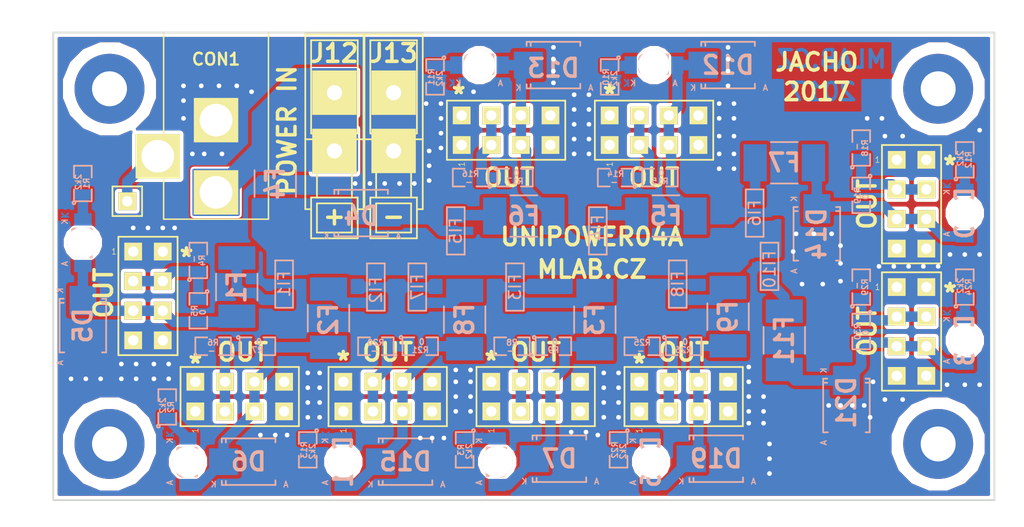
<source format=kicad_pcb>
(kicad_pcb (version 20170123) (host pcbnew "(2017-02-05 revision 431abcf)-makepkg")
  (layers (0 F.Cu signal hide) (31 B.Cu signal) (34 B.Paste user) (35 F.Paste user) (36 B.SilkS user) (37 F.SilkS user) (38 B.Mask user) (39 F.Mask user) (44 Edge.Cuts user))
  (net 0 "")
  (net 1 GND)
  (net 2 "Net-(CON1-Pad3)")
  (net 3 "Net-(D1-Pad1)")
  (net 4 "Net-(D1-Pad2)")
  (net 5 "Net-(D2-Pad1)")
  (net 6 "Net-(D2-Pad2)")
  (net 7 "Net-(D3-Pad1)")
  (net 8 "Net-(D3-Pad2)")
  (net 9 "Net-(F1-Pad1)")
  (net 10 VCC)
  (net 11 "Net-(CON1-Pad1)")
  (net 12 "Net-(D8-Pad1)")
  (net 13 "Net-(D12-Pad1)")
  (net 14 "Net-(D13-Pad1)")
  (net 15 "Net-(D9-Pad1)")
  (net 16 "Net-(D10-Pad1)")
  (net 17 "Net-(D10-Pad2)")
  (net 18 "Net-(D11-Pad2)")
  (net 19 "Net-(D11-Pad1)")
  (net 20 "Net-(D16-Pad1)")
  (net 21 "Net-(D16-Pad2)")
  (net 22 "Net-(D18-Pad1)")
  (net 23 "Net-(D18-Pad2)")
  (net 24 "Net-(F2-Pad1)")
  (net 25 "Net-(F3-Pad1)")
  (net 26 "Net-(F5-Pad1)")
  (net 27 "Net-(F6-Pad1)")
  (net 28 "Net-(F7-Pad1)")
  (net 29 "Net-(F8-Pad1)")
  (net 30 "Net-(F9-Pad1)")
  (net 31 "Net-(F11-Pad1)")
  (net 32 "Net-(J2-Pad3)")
  (net 33 "Net-(J3-Pad3)")
  (net 34 "Net-(J4-Pad3)")
  (net 35 "Net-(J5-Pad3)")
  (net 36 "Net-(J6-Pad3)")
  (net 37 "Net-(J7-Pad3)")
  (net 38 "Net-(J8-Pad3)")
  (net 39 "Net-(J9-Pad3)")
  (net 40 "Net-(J11-Pad3)")
  (module Mlab_CON:DC2,1MM (layer F.Cu) (at 14.224 -30.48 90)
    (fp_text reference CON1 (at 7.62 0 180) (layer F.SilkS) (effects (font (size 1.016 1.016) (thickness 0.2032))))
    (fp_text value JACK_DC2.1 hide)
    (pad 2 thru_hole rect (at 2.39 0 90) (size 3.81 3.81) (drill 2.8) (layers *.Cu *.Mask F.SilkS) (net 1 GND))
    (pad 1 thru_hole rect (at -3.81 0 90) (size 3.81 3.81) (drill 2.8) (layers *.Cu *.Mask F.SilkS) (net 11 "Net-(CON1-Pad1)"))
    (pad 3 thru_hole rect (at -0.71 -5 90) (size 3.81 3.81) (drill 2.8) (layers *.Cu *.Mask F.SilkS) (net 2 "Net-(CON1-Pad3)"))
  )
  (module Mlab_D:LED_1206 (layer B.Cu) (at 2.794 -22.352 90)
    (fp_text reference D1 (at 0 0 90) (layer B.SilkS) (effects (font (thickness 0.3048)) (justify mirror)))
    (fp_text value RED hide)
    (fp_text user K (at 1.80086 -1.5494 90) (layer B.SilkS) (effects (font (size 0.50038 0.50038) (thickness 0.09906)) (justify mirror)))
    (fp_text user A (at -1.80086 -1.5494 90) (layer B.SilkS) (effects (font (size 0.50038 0.50038) (thickness 0.09906)) (justify mirror)))
    (fp_line (start 2.2225 -1.24968) (end 2.21742 -1.81864) (layer B.Cu) (width 0.15))
    (fp_line (start 2.25298 -1.52146) (end 2.5273 -1.24968) (layer B.Cu) (width 0.15))
    (fp_line (start 2.21488 -1.50622) (end 2.53492 -1.81102) (layer B.Cu) (width 0.15))
    (pad "" np_thru_hole circle (at 0 0 90) (size 2.7 2.7) (drill 2.7) (layers *.Cu *.Mask B.SilkS))
    (pad 1 smd rect (at 2 0 90) (size 1.05 1.5) (layers B.Cu B.Paste B.Mask) (net 3 "Net-(D1-Pad1)"))
    (pad 2 smd rect (at -2 0 90) (size 1.05 1.5) (layers B.Cu B.Paste B.Mask) (net 4 "Net-(D1-Pad2)"))
  )
  (module Mlab_D:LED_1206 (layer B.Cu) (at 11.811 -3.556 90)
    (fp_text reference D2 (at 0 0 90) (layer B.SilkS) (effects (font (thickness 0.3048)) (justify mirror)))
    (fp_text value RED hide)
    (fp_text user K (at 1.80086 -1.5494 90) (layer B.SilkS) (effects (font (size 0.50038 0.50038) (thickness 0.09906)) (justify mirror)))
    (fp_text user A (at -1.80086 -1.5494 90) (layer B.SilkS) (effects (font (size 0.50038 0.50038) (thickness 0.09906)) (justify mirror)))
    (fp_line (start 2.2225 -1.24968) (end 2.21742 -1.81864) (layer B.Cu) (width 0.15))
    (fp_line (start 2.25298 -1.52146) (end 2.5273 -1.24968) (layer B.Cu) (width 0.15))
    (fp_line (start 2.21488 -1.50622) (end 2.53492 -1.81102) (layer B.Cu) (width 0.15))
    (pad "" np_thru_hole circle (at 0 0 90) (size 2.7 2.7) (drill 2.7) (layers *.Cu *.Mask B.SilkS))
    (pad 1 smd rect (at 2 0 90) (size 1.05 1.5) (layers B.Cu B.Paste B.Mask) (net 5 "Net-(D2-Pad1)"))
    (pad 2 smd rect (at -2 0 90) (size 1.05 1.5) (layers B.Cu B.Paste B.Mask) (net 6 "Net-(D2-Pad2)"))
  )
  (module Mlab_D:LED_1206 (layer B.Cu) (at 38.354 -3.556 90)
    (fp_text reference D3 (at 0 0 90) (layer B.SilkS) (effects (font (thickness 0.3048)) (justify mirror)))
    (fp_text value RED hide)
    (fp_text user K (at 1.80086 -1.5494 90) (layer B.SilkS) (effects (font (size 0.50038 0.50038) (thickness 0.09906)) (justify mirror)))
    (fp_text user A (at -1.80086 -1.5494 90) (layer B.SilkS) (effects (font (size 0.50038 0.50038) (thickness 0.09906)) (justify mirror)))
    (fp_line (start 2.2225 -1.24968) (end 2.21742 -1.81864) (layer B.Cu) (width 0.15))
    (fp_line (start 2.25298 -1.52146) (end 2.5273 -1.24968) (layer B.Cu) (width 0.15))
    (fp_line (start 2.21488 -1.50622) (end 2.53492 -1.81102) (layer B.Cu) (width 0.15))
    (pad "" np_thru_hole circle (at 0 0 90) (size 2.7 2.7) (drill 2.7) (layers *.Cu *.Mask B.SilkS))
    (pad 1 smd rect (at 2 0 90) (size 1.05 1.5) (layers B.Cu B.Paste B.Mask) (net 7 "Net-(D3-Pad1)"))
    (pad 2 smd rect (at -2 0 90) (size 1.05 1.5) (layers B.Cu B.Paste B.Mask) (net 8 "Net-(D3-Pad2)"))
  )
  (module Mlab_D:SMB_Standard (layer B.Cu) (at 26.67 -24.892 180)
    (fp_text reference D4 (at 0 -0.254 180) (layer B.SilkS) (effects (font (thickness 0.3048)) (justify mirror)))
    (fp_text value SMBJ15A-E3/52 hide)
    (fp_text user K (at 2.99974 -1.95072 180) (layer B.SilkS) (effects (font (size 0.50038 0.50038) (thickness 0.09906)) (justify mirror)))
    (fp_text user A (at -3.2004 -1.95072 180) (layer B.SilkS) (effects (font (size 0.50038 0.50038) (thickness 0.09906)) (justify mirror)))
    (pad 2 smd rect (at -2.14884 0 180) (size 2.49936 2.30124) (layers B.Cu B.Paste B.Mask) (net 1 GND))
    (pad 1 smd rect (at 2.14884 0 180) (size 2.49936 2.30124) (layers B.Cu B.Paste B.Mask) (net 10 VCC))
  )
  (module Mlab_D:SMB_Standard (layer B.Cu) (at 2.794 -15.24 90)
    (fp_text reference D5 (at 0 0 90) (layer B.SilkS) (effects (font (thickness 0.3048)) (justify mirror)))
    (fp_text value SMBJ15A-E3/52 hide)
    (fp_text user A (at -3.2004 -1.95072 90) (layer B.SilkS) (effects (font (size 0.50038 0.50038) (thickness 0.09906)) (justify mirror)))
    (fp_text user K (at 2.99974 -1.95072 90) (layer B.SilkS) (effects (font (size 0.50038 0.50038) (thickness 0.09906)) (justify mirror)))
    (pad 1 smd rect (at 2.14884 0 90) (size 2.49936 2.30124) (layers B.Cu B.Paste B.Mask) (net 4 "Net-(D1-Pad2)"))
    (pad 2 smd rect (at -2.14884 0 90) (size 2.49936 2.30124) (layers B.Cu B.Paste B.Mask) (net 1 GND))
  )
  (module Mlab_D:SMB_Standard (layer B.Cu) (at 17.018 -3.556 180)
    (fp_text reference D6 (at 0 0 180) (layer B.SilkS) (effects (font (thickness 0.3048)) (justify mirror)))
    (fp_text value SMBJ15A-E3/52 hide)
    (fp_text user K (at 2.99974 -1.95072 180) (layer B.SilkS) (effects (font (size 0.50038 0.50038) (thickness 0.09906)) (justify mirror)))
    (fp_text user A (at -3.2004 -1.95072 180) (layer B.SilkS) (effects (font (size 0.50038 0.50038) (thickness 0.09906)) (justify mirror)))
    (pad 2 smd rect (at -2.14884 0 180) (size 2.49936 2.30124) (layers B.Cu B.Paste B.Mask) (net 1 GND))
    (pad 1 smd rect (at 2.14884 0 180) (size 2.49936 2.30124) (layers B.Cu B.Paste B.Mask) (net 6 "Net-(D2-Pad2)"))
  )
  (module Mlab_D:SMB_Standard (layer B.Cu) (at 43.688 -3.81 180)
    (fp_text reference D7 (at 0 0 180) (layer B.SilkS) (effects (font (thickness 0.3048)) (justify mirror)))
    (fp_text value SMBJ15A-E3/52 hide)
    (fp_text user A (at -3.2004 -1.95072 180) (layer B.SilkS) (effects (font (size 0.50038 0.50038) (thickness 0.09906)) (justify mirror)))
    (fp_text user K (at 2.99974 -1.95072 180) (layer B.SilkS) (effects (font (size 0.50038 0.50038) (thickness 0.09906)) (justify mirror)))
    (pad 1 smd rect (at 2.14884 0 180) (size 2.49936 2.30124) (layers B.Cu B.Paste B.Mask) (net 8 "Net-(D3-Pad2)"))
    (pad 2 smd rect (at -2.14884 0 180) (size 2.49936 2.30124) (layers B.Cu B.Paste B.Mask) (net 1 GND))
  )
  (module Mlab_D:LED_1206 (layer B.Cu) (at 51.816 -37.592 180)
    (fp_text reference D8 (at 0 0 180) (layer B.SilkS) (effects (font (thickness 0.3048)) (justify mirror)))
    (fp_text value RED hide)
    (fp_line (start 2.21488 -1.50622) (end 2.53492 -1.81102) (layer B.Cu) (width 0.15))
    (fp_line (start 2.25298 -1.52146) (end 2.5273 -1.24968) (layer B.Cu) (width 0.15))
    (fp_line (start 2.2225 -1.24968) (end 2.21742 -1.81864) (layer B.Cu) (width 0.15))
    (fp_text user A (at -1.80086 -1.5494 180) (layer B.SilkS) (effects (font (size 0.50038 0.50038) (thickness 0.09906)) (justify mirror)))
    (fp_text user K (at 1.80086 -1.5494 180) (layer B.SilkS) (effects (font (size 0.50038 0.50038) (thickness 0.09906)) (justify mirror)))
    (pad 2 smd rect (at -2 0 180) (size 1.05 1.5) (layers B.Cu B.Paste B.Mask) (net 13 "Net-(D12-Pad1)"))
    (pad 1 smd rect (at 2 0 180) (size 1.05 1.5) (layers B.Cu B.Paste B.Mask) (net 12 "Net-(D8-Pad1)"))
    (pad "" np_thru_hole circle (at 0 0 180) (size 2.7 2.7) (drill 2.7) (layers *.Cu *.Mask B.SilkS))
  )
  (module Mlab_D:LED_1206 (layer B.Cu) (at 36.83 -37.592 180)
    (fp_text reference D9 (at 0 0 180) (layer B.SilkS) (effects (font (thickness 0.3048)) (justify mirror)))
    (fp_text value RED hide)
    (fp_text user K (at 1.80086 -1.5494 180) (layer B.SilkS) (effects (font (size 0.50038 0.50038) (thickness 0.09906)) (justify mirror)))
    (fp_text user A (at -1.80086 -1.5494 180) (layer B.SilkS) (effects (font (size 0.50038 0.50038) (thickness 0.09906)) (justify mirror)))
    (fp_line (start 2.2225 -1.24968) (end 2.21742 -1.81864) (layer B.Cu) (width 0.15))
    (fp_line (start 2.25298 -1.52146) (end 2.5273 -1.24968) (layer B.Cu) (width 0.15))
    (fp_line (start 2.21488 -1.50622) (end 2.53492 -1.81102) (layer B.Cu) (width 0.15))
    (pad "" np_thru_hole circle (at 0 0 180) (size 2.7 2.7) (drill 2.7) (layers *.Cu *.Mask B.SilkS))
    (pad 1 smd rect (at 2 0 180) (size 1.05 1.5) (layers B.Cu B.Paste B.Mask) (net 15 "Net-(D9-Pad1)"))
    (pad 2 smd rect (at -2 0 180) (size 1.05 1.5) (layers B.Cu B.Paste B.Mask) (net 14 "Net-(D13-Pad1)"))
  )
  (module Mlab_D:LED_1206 (layer B.Cu) (at 78.486 -24.892 90)
    (fp_text reference D10 (at 0 0 90) (layer B.SilkS) (effects (font (thickness 0.3048)) (justify mirror)))
    (fp_text value RED hide)
    (fp_line (start 2.21488 -1.50622) (end 2.53492 -1.81102) (layer B.Cu) (width 0.15))
    (fp_line (start 2.25298 -1.52146) (end 2.5273 -1.24968) (layer B.Cu) (width 0.15))
    (fp_line (start 2.2225 -1.24968) (end 2.21742 -1.81864) (layer B.Cu) (width 0.15))
    (fp_text user A (at -1.80086 -1.5494 90) (layer B.SilkS) (effects (font (size 0.50038 0.50038) (thickness 0.09906)) (justify mirror)))
    (fp_text user K (at 1.80086 -1.5494 90) (layer B.SilkS) (effects (font (size 0.50038 0.50038) (thickness 0.09906)) (justify mirror)))
    (pad 2 smd rect (at -2 0 90) (size 1.05 1.5) (layers B.Cu B.Paste B.Mask) (net 17 "Net-(D10-Pad2)"))
    (pad 1 smd rect (at 2 0 90) (size 1.05 1.5) (layers B.Cu B.Paste B.Mask) (net 16 "Net-(D10-Pad1)"))
    (pad "" np_thru_hole circle (at 0 0 90) (size 2.7 2.7) (drill 2.7) (layers *.Cu *.Mask B.SilkS))
  )
  (module Mlab_D:LED_1206 (layer B.Cu) (at 25.146 -3.556 90)
    (fp_text reference D11 (at 0 0 90) (layer B.SilkS) (effects (font (thickness 0.3048)) (justify mirror)))
    (fp_text value RED hide)
    (fp_text user K (at 1.80086 -1.5494 90) (layer B.SilkS) (effects (font (size 0.50038 0.50038) (thickness 0.09906)) (justify mirror)))
    (fp_text user A (at -1.80086 -1.5494 90) (layer B.SilkS) (effects (font (size 0.50038 0.50038) (thickness 0.09906)) (justify mirror)))
    (fp_line (start 2.2225 -1.24968) (end 2.21742 -1.81864) (layer B.Cu) (width 0.15))
    (fp_line (start 2.25298 -1.52146) (end 2.5273 -1.24968) (layer B.Cu) (width 0.15))
    (fp_line (start 2.21488 -1.50622) (end 2.53492 -1.81102) (layer B.Cu) (width 0.15))
    (pad "" np_thru_hole circle (at 0 0 90) (size 2.7 2.7) (drill 2.7) (layers *.Cu *.Mask B.SilkS))
    (pad 1 smd rect (at 2 0 90) (size 1.05 1.5) (layers B.Cu B.Paste B.Mask) (net 19 "Net-(D11-Pad1)"))
    (pad 2 smd rect (at -2 0 90) (size 1.05 1.5) (layers B.Cu B.Paste B.Mask) (net 18 "Net-(D11-Pad2)"))
  )
  (module Mlab_D:SMB_Standard (layer B.Cu) (at 58.166 -37.592 180)
    (fp_text reference D12 (at 0 0 180) (layer B.SilkS) (effects (font (thickness 0.3048)) (justify mirror)))
    (fp_text value SMBJ15A-E3/52 hide)
    (fp_text user A (at -3.2004 -1.95072 180) (layer B.SilkS) (effects (font (size 0.50038 0.50038) (thickness 0.09906)) (justify mirror)))
    (fp_text user K (at 2.99974 -1.95072 180) (layer B.SilkS) (effects (font (size 0.50038 0.50038) (thickness 0.09906)) (justify mirror)))
    (pad 1 smd rect (at 2.14884 0 180) (size 2.49936 2.30124) (layers B.Cu B.Paste B.Mask) (net 13 "Net-(D12-Pad1)"))
    (pad 2 smd rect (at -2.14884 0 180) (size 2.49936 2.30124) (layers B.Cu B.Paste B.Mask) (net 1 GND))
  )
  (module Mlab_D:SMB_Standard (layer B.Cu) (at 43.18 -37.592 180)
    (fp_text reference D13 (at 0 -0.254 180) (layer B.SilkS) (effects (font (thickness 0.3048)) (justify mirror)))
    (fp_text value SMBJ15A-E3/52 hide)
    (fp_text user A (at -3.2004 -1.95072 180) (layer B.SilkS) (effects (font (size 0.50038 0.50038) (thickness 0.09906)) (justify mirror)))
    (fp_text user K (at 2.99974 -1.95072 180) (layer B.SilkS) (effects (font (size 0.50038 0.50038) (thickness 0.09906)) (justify mirror)))
    (pad 1 smd rect (at 2.14884 0 180) (size 2.49936 2.30124) (layers B.Cu B.Paste B.Mask) (net 14 "Net-(D13-Pad1)"))
    (pad 2 smd rect (at -2.14884 0 180) (size 2.49936 2.30124) (layers B.Cu B.Paste B.Mask) (net 1 GND))
  )
  (module Mlab_D:SMB_Standard (layer B.Cu) (at 65.786 -23.114 90)
    (fp_text reference D14 (at 0 0 90) (layer B.SilkS) (effects (font (thickness 0.3048)) (justify mirror)))
    (fp_text value SMBJ15A-E3/52 hide)
    (fp_text user K (at 2.99974 -1.95072 90) (layer B.SilkS) (effects (font (size 0.50038 0.50038) (thickness 0.09906)) (justify mirror)))
    (fp_text user A (at -3.2004 -1.95072 90) (layer B.SilkS) (effects (font (size 0.50038 0.50038) (thickness 0.09906)) (justify mirror)))
    (pad 2 smd rect (at -2.14884 0 90) (size 2.49936 2.30124) (layers B.Cu B.Paste B.Mask) (net 1 GND))
    (pad 1 smd rect (at 2.14884 0 90) (size 2.49936 2.30124) (layers B.Cu B.Paste B.Mask) (net 17 "Net-(D10-Pad2)"))
  )
  (module Mlab_D:SMB_Standard (layer B.Cu) (at 30.48 -3.556 180)
    (fp_text reference D15 (at 0 0 180) (layer B.SilkS) (effects (font (thickness 0.3048)) (justify mirror)))
    (fp_text value SMBJ15A-E3/52 hide)
    (fp_text user A (at -3.2004 -1.95072 180) (layer B.SilkS) (effects (font (size 0.50038 0.50038) (thickness 0.09906)) (justify mirror)))
    (fp_text user K (at 2.99974 -1.95072 180) (layer B.SilkS) (effects (font (size 0.50038 0.50038) (thickness 0.09906)) (justify mirror)))
    (pad 1 smd rect (at 2.14884 0 180) (size 2.49936 2.30124) (layers B.Cu B.Paste B.Mask) (net 18 "Net-(D11-Pad2)"))
    (pad 2 smd rect (at -2.14884 0 180) (size 2.49936 2.30124) (layers B.Cu B.Paste B.Mask) (net 1 GND))
  )
  (module Mlab_D:LED_1206 (layer B.Cu) (at 51.562 -3.556 90)
    (fp_text reference D16 (at 0 0 90) (layer B.SilkS) (effects (font (thickness 0.3048)) (justify mirror)))
    (fp_text value RED hide)
    (fp_line (start 2.21488 -1.50622) (end 2.53492 -1.81102) (layer B.Cu) (width 0.15))
    (fp_line (start 2.25298 -1.52146) (end 2.5273 -1.24968) (layer B.Cu) (width 0.15))
    (fp_line (start 2.2225 -1.24968) (end 2.21742 -1.81864) (layer B.Cu) (width 0.15))
    (fp_text user A (at -1.80086 -1.5494 90) (layer B.SilkS) (effects (font (size 0.50038 0.50038) (thickness 0.09906)) (justify mirror)))
    (fp_text user K (at 1.80086 -1.5494 90) (layer B.SilkS) (effects (font (size 0.50038 0.50038) (thickness 0.09906)) (justify mirror)))
    (pad 2 smd rect (at -2 0 90) (size 1.05 1.5) (layers B.Cu B.Paste B.Mask) (net 21 "Net-(D16-Pad2)"))
    (pad 1 smd rect (at 2 0 90) (size 1.05 1.5) (layers B.Cu B.Paste B.Mask) (net 20 "Net-(D16-Pad1)"))
    (pad "" np_thru_hole circle (at 0 0 90) (size 2.7 2.7) (drill 2.7) (layers *.Cu *.Mask B.SilkS))
  )
  (module Mlab_D:LED_1206 (layer B.Cu) (at 78.486 -13.97 90)
    (fp_text reference D18 (at 0 0 90) (layer B.SilkS) (effects (font (thickness 0.3048)) (justify mirror)))
    (fp_text value RED hide)
    (fp_line (start 2.21488 -1.50622) (end 2.53492 -1.81102) (layer B.Cu) (width 0.15))
    (fp_line (start 2.25298 -1.52146) (end 2.5273 -1.24968) (layer B.Cu) (width 0.15))
    (fp_line (start 2.2225 -1.24968) (end 2.21742 -1.81864) (layer B.Cu) (width 0.15))
    (fp_text user A (at -1.80086 -1.5494 90) (layer B.SilkS) (effects (font (size 0.50038 0.50038) (thickness 0.09906)) (justify mirror)))
    (fp_text user K (at 1.80086 -1.5494 90) (layer B.SilkS) (effects (font (size 0.50038 0.50038) (thickness 0.09906)) (justify mirror)))
    (pad 2 smd rect (at -2 0 90) (size 1.05 1.5) (layers B.Cu B.Paste B.Mask) (net 23 "Net-(D18-Pad2)"))
    (pad 1 smd rect (at 2 0 90) (size 1.05 1.5) (layers B.Cu B.Paste B.Mask) (net 22 "Net-(D18-Pad1)"))
    (pad "" np_thru_hole circle (at 0 0 90) (size 2.7 2.7) (drill 2.7) (layers *.Cu *.Mask B.SilkS))
  )
  (module Mlab_D:SMB_Standard (layer B.Cu) (at 57.15 -3.81 180)
    (fp_text reference D19 (at 0 0 180) (layer B.SilkS) (effects (font (thickness 0.3048)) (justify mirror)))
    (fp_text value SMBJ15A-E3/52 hide)
    (fp_text user K (at 2.99974 -1.95072 180) (layer B.SilkS) (effects (font (size 0.50038 0.50038) (thickness 0.09906)) (justify mirror)))
    (fp_text user A (at -3.2004 -1.95072 180) (layer B.SilkS) (effects (font (size 0.50038 0.50038) (thickness 0.09906)) (justify mirror)))
    (pad 2 smd rect (at -2.14884 0 180) (size 2.49936 2.30124) (layers B.Cu B.Paste B.Mask) (net 1 GND))
    (pad 1 smd rect (at 2.14884 0 180) (size 2.49936 2.30124) (layers B.Cu B.Paste B.Mask) (net 21 "Net-(D16-Pad2)"))
  )
  (module Mlab_D:SMB_Standard (layer B.Cu) (at 68.326 -8.382 90)
    (fp_text reference D21 (at 0.254 0 90) (layer B.SilkS) (effects (font (thickness 0.3048)) (justify mirror)))
    (fp_text value SMBJ15A-E3/52 hide)
    (fp_text user A (at -3.2004 -1.95072 90) (layer B.SilkS) (effects (font (size 0.50038 0.50038) (thickness 0.09906)) (justify mirror)))
    (fp_text user K (at 2.99974 -1.95072 90) (layer B.SilkS) (effects (font (size 0.50038 0.50038) (thickness 0.09906)) (justify mirror)))
    (pad 1 smd rect (at 2.14884 0 90) (size 2.49936 2.30124) (layers B.Cu B.Paste B.Mask) (net 23 "Net-(D18-Pad2)"))
    (pad 2 smd rect (at -2.14884 0 90) (size 2.49936 2.30124) (layers B.Cu B.Paste B.Mask) (net 1 GND))
  )
  (module Mlab_F:2410 (layer B.Cu) (at 16.002 -18.542 270)
    (fp_text reference F1 (at 0 0 270) (layer B.SilkS) (effects (font (thickness 0.3048)) (justify mirror)))
    (fp_text value 1,1A hide)
    (pad 1 smd rect (at -2.5 0 270) (size 2 3.18) (layers B.Cu B.Paste B.Mask) (net 9 "Net-(F1-Pad1)"))
    (pad 2 smd rect (at 2.5 0 270) (size 2 3.18) (layers B.Cu B.Paste B.Mask) (net 4 "Net-(D1-Pad2)"))
  )
  (module Mlab_F:2410 (layer B.Cu) (at 23.876 -15.875 270)
    (fp_text reference F2 (at 0.127 0 270) (layer B.SilkS) (effects (font (thickness 0.3048)) (justify mirror)))
    (fp_text value 1,1A hide)
    (pad 2 smd rect (at 2.5 0 270) (size 2 3.18) (layers B.Cu B.Paste B.Mask) (net 6 "Net-(D2-Pad2)"))
    (pad 1 smd rect (at -2.5 0 270) (size 2 3.18) (layers B.Cu B.Paste B.Mask) (net 24 "Net-(F2-Pad1)"))
  )
  (module Mlab_F:2410 (layer B.Cu) (at 46.736 -15.748 270)
    (fp_text reference F3 (at 0 0 270) (layer B.SilkS) (effects (font (thickness 0.3048)) (justify mirror)))
    (fp_text value 1,1A hide)
    (pad 2 smd rect (at 2.5 0 270) (size 2 3.18) (layers B.Cu B.Paste B.Mask) (net 8 "Net-(D3-Pad2)"))
    (pad 1 smd rect (at -2.5 0 270) (size 2 3.18) (layers B.Cu B.Paste B.Mask) (net 25 "Net-(F3-Pad1)"))
  )
  (module Mlab_F:Drzak_2410 (layer B.Cu) (at 19.304 -27.432 270)
    (fp_text reference F4 (at 0 0 270) (layer B.SilkS) (effects (font (thickness 0.3048)) (justify mirror)))
    (fp_text value 10A hide)
    (pad 1 smd rect (at -2.91 0 270) (size 3.33 3.81) (layers B.Cu B.Paste B.Mask) (net 11 "Net-(CON1-Pad1)"))
    (pad 2 smd rect (at 2.91 0 270) (size 3.33 3.81) (layers B.Cu B.Paste B.Mask) (net 10 VCC))
  )
  (module Mlab_F:2410 (layer B.Cu) (at 52.832 -24.638)
    (fp_text reference F5 (at 0 0) (layer B.SilkS) (effects (font (thickness 0.3048)) (justify mirror)))
    (fp_text value 1,1A hide)
    (pad 1 smd rect (at -2.5 0) (size 2 3.18) (layers B.Cu B.Paste B.Mask) (net 26 "Net-(F5-Pad1)"))
    (pad 2 smd rect (at 2.5 0) (size 2 3.18) (layers B.Cu B.Paste B.Mask) (net 13 "Net-(D12-Pad1)"))
  )
  (module Mlab_F:2410 (layer B.Cu) (at 40.64 -24.638)
    (fp_text reference F6 (at 0 0) (layer B.SilkS) (effects (font (thickness 0.3048)) (justify mirror)))
    (fp_text value 1,1A hide)
    (pad 2 smd rect (at 2.5 0) (size 2 3.18) (layers B.Cu B.Paste B.Mask) (net 14 "Net-(D13-Pad1)"))
    (pad 1 smd rect (at -2.5 0) (size 2 3.18) (layers B.Cu B.Paste B.Mask) (net 27 "Net-(F6-Pad1)"))
  )
  (module Mlab_F:2410 (layer B.Cu) (at 62.992 -29.21)
    (fp_text reference F7 (at 0 0) (layer B.SilkS) (effects (font (thickness 0.3048)) (justify mirror)))
    (fp_text value 1,1A hide)
    (pad 1 smd rect (at -2.5 0) (size 2 3.18) (layers B.Cu B.Paste B.Mask) (net 28 "Net-(F7-Pad1)"))
    (pad 2 smd rect (at 2.5 0) (size 2 3.18) (layers B.Cu B.Paste B.Mask) (net 17 "Net-(D10-Pad2)"))
  )
  (module Mlab_F:2410 (layer B.Cu) (at 35.56 -15.748 270)
    (fp_text reference F8 (at 0 0 270) (layer B.SilkS) (effects (font (thickness 0.3048)) (justify mirror)))
    (fp_text value 1,1A hide)
    (pad 2 smd rect (at 2.5 0 270) (size 2 3.18) (layers B.Cu B.Paste B.Mask) (net 18 "Net-(D11-Pad2)"))
    (pad 1 smd rect (at -2.5 0 270) (size 2 3.18) (layers B.Cu B.Paste B.Mask) (net 29 "Net-(F8-Pad1)"))
  )
  (module Mlab_F:2410 (layer B.Cu) (at 58.166 -16.002 270)
    (fp_text reference F9 (at 0 0 270) (layer B.SilkS) (effects (font (thickness 0.3048)) (justify mirror)))
    (fp_text value 1,1A hide)
    (pad 1 smd rect (at -2.5 0 270) (size 2 3.18) (layers B.Cu B.Paste B.Mask) (net 30 "Net-(F9-Pad1)"))
    (pad 2 smd rect (at 2.5 0 270) (size 2 3.18) (layers B.Cu B.Paste B.Mask) (net 21 "Net-(D16-Pad2)"))
  )
  (module Mlab_F:2410 (layer B.Cu) (at 62.992 -13.97 270)
    (fp_text reference F11 (at 0 0 270) (layer B.SilkS) (effects (font (thickness 0.3048)) (justify mirror)))
    (fp_text value 1,1A hide)
    (pad 1 smd rect (at -2.5 0 270) (size 2 3.18) (layers B.Cu B.Paste B.Mask) (net 31 "Net-(F11-Pad1)"))
    (pad 2 smd rect (at 2.5 0 270) (size 2 3.18) (layers B.Cu B.Paste B.Mask) (net 23 "Net-(D18-Pad2)"))
  )
  (module Mlab_L:FIR1 (layer B.Cu) (at 20.066 -18.796 270)
    (fp_text reference FI1 (at 0 0 270) (layer B.SilkS) (effects (justify mirror)))
    (fp_text value NFM21PC105 hide)
    (pad 3 smd rect (at 1.35 0 270) (size 1.3 1.5) (layers B.Cu B.Paste B.Mask) (net 9 "Net-(F1-Pad1)"))
    (pad 2 smd rect (at 0 0 270) (size 0.7 3) (layers B.Cu B.Paste B.Mask) (net 1 GND))
    (pad 1 smd rect (at -1.35 0 270) (size 1.3 1.5) (layers B.Cu B.Paste B.Mask) (net 10 VCC))
  )
  (module Mlab_L:FIR1 (layer B.Cu) (at 27.94 -18.542 270)
    (fp_text reference FI2 (at 0.254 0 270) (layer B.SilkS) (effects (justify mirror)))
    (fp_text value NFM21PC105 hide)
    (pad 1 smd rect (at -1.35 0 270) (size 1.3 1.5) (layers B.Cu B.Paste B.Mask) (net 10 VCC))
    (pad 2 smd rect (at 0 0 270) (size 0.7 3) (layers B.Cu B.Paste B.Mask) (net 1 GND))
    (pad 3 smd rect (at 1.35 0 270) (size 1.3 1.5) (layers B.Cu B.Paste B.Mask) (net 24 "Net-(F2-Pad1)"))
  )
  (module Mlab_L:FIR1 (layer B.Cu) (at 39.878 -18.542 270)
    (fp_text reference FI3 (at 0 0 270) (layer B.SilkS) (effects (justify mirror)))
    (fp_text value NFM21PC105 hide)
    (pad 3 smd rect (at 1.35 0 270) (size 1.3 1.5) (layers B.Cu B.Paste B.Mask) (net 25 "Net-(F3-Pad1)"))
    (pad 2 smd rect (at 0 0 270) (size 0.7 3) (layers B.Cu B.Paste B.Mask) (net 1 GND))
    (pad 1 smd rect (at -1.35 0 270) (size 1.3 1.5) (layers B.Cu B.Paste B.Mask) (net 10 VCC))
  )
  (module Mlab_L:FIR1 (layer B.Cu) (at 46.99 -23.368 90)
    (fp_text reference FI4 (at 0.254 0 90) (layer B.SilkS) (effects (justify mirror)))
    (fp_text value NFM21PC105 hide)
    (pad 1 smd rect (at -1.35 0 90) (size 1.3 1.5) (layers B.Cu B.Paste B.Mask) (net 10 VCC))
    (pad 2 smd rect (at 0 0 90) (size 0.7 3) (layers B.Cu B.Paste B.Mask) (net 1 GND))
    (pad 3 smd rect (at 1.35 0 90) (size 1.3 1.5) (layers B.Cu B.Paste B.Mask) (net 26 "Net-(F5-Pad1)"))
  )
  (module Mlab_L:FIR1 (layer B.Cu) (at 34.798 -23.368 90)
    (fp_text reference FI5 (at 0 0 90) (layer B.SilkS) (effects (justify mirror)))
    (fp_text value NFM21PC105 hide)
    (pad 1 smd rect (at -1.35 0 90) (size 1.3 1.5) (layers B.Cu B.Paste B.Mask) (net 10 VCC))
    (pad 2 smd rect (at 0 0 90) (size 0.7 3) (layers B.Cu B.Paste B.Mask) (net 1 GND))
    (pad 3 smd rect (at 1.35 0 90) (size 1.3 1.5) (layers B.Cu B.Paste B.Mask) (net 27 "Net-(F6-Pad1)"))
  )
  (module Mlab_L:FIR1 (layer B.Cu) (at 60.452 -24.892 90)
    (fp_text reference FI6 (at 0 0 90) (layer B.SilkS) (effects (justify mirror)))
    (fp_text value NFM21PC105 hide)
    (pad 3 smd rect (at 1.35 0 90) (size 1.3 1.5) (layers B.Cu B.Paste B.Mask) (net 28 "Net-(F7-Pad1)"))
    (pad 2 smd rect (at 0 0 90) (size 0.7 3) (layers B.Cu B.Paste B.Mask) (net 1 GND))
    (pad 1 smd rect (at -1.35 0 90) (size 1.3 1.5) (layers B.Cu B.Paste B.Mask) (net 10 VCC))
  )
  (module Mlab_L:FIR1 (layer B.Cu) (at 31.496 -18.542 270)
    (fp_text reference FI7 (at 0 0 270) (layer B.SilkS) (effects (justify mirror)))
    (fp_text value NFM21PC105 hide)
    (pad 1 smd rect (at -1.35 0 270) (size 1.3 1.5) (layers B.Cu B.Paste B.Mask) (net 10 VCC))
    (pad 2 smd rect (at 0 0 270) (size 0.7 3) (layers B.Cu B.Paste B.Mask) (net 1 GND))
    (pad 3 smd rect (at 1.35 0 270) (size 1.3 1.5) (layers B.Cu B.Paste B.Mask) (net 29 "Net-(F8-Pad1)"))
  )
  (module Mlab_L:FIR1 (layer B.Cu) (at 53.848 -18.796 270)
    (fp_text reference FI8 (at 0 0 270) (layer B.SilkS) (effects (justify mirror)))
    (fp_text value NFM21PC105 hide)
    (pad 3 smd rect (at 1.35 0 270) (size 1.3 1.5) (layers B.Cu B.Paste B.Mask) (net 30 "Net-(F9-Pad1)"))
    (pad 2 smd rect (at 0 0 270) (size 0.7 3) (layers B.Cu B.Paste B.Mask) (net 1 GND))
    (pad 1 smd rect (at -1.35 0 270) (size 1.3 1.5) (layers B.Cu B.Paste B.Mask) (net 10 VCC))
  )
  (module Mlab_L:FIR1 (layer B.Cu) (at 61.722 -20.32 270)
    (fp_text reference FI10 (at 0.254 0 270) (layer B.SilkS) (effects (justify mirror)))
    (fp_text value NFM21PC105 hide)
    (pad 1 smd rect (at -1.35 0 270) (size 1.3 1.5) (layers B.Cu B.Paste B.Mask) (net 10 VCC))
    (pad 2 smd rect (at 0 0 270) (size 0.7 3) (layers B.Cu B.Paste B.Mask) (net 1 GND))
    (pad 3 smd rect (at 1.35 0 270) (size 1.3 1.5) (layers B.Cu B.Paste B.Mask) (net 31 "Net-(F11-Pad1)"))
  )
  (module Mlab_Pin_Headers:Straight_1x01 (layer F.Cu) (at 6.604 -25.908)
    (fp_text reference J1 hide)
    (fp_text value CONN1_1 hide)
    (pad 1 thru_hole rect (at 0 0) (size 1.524 1.524) (drill 0.889) (layers *.Cu *.Mask F.SilkS) (net 2 "Net-(CON1-Pad3)"))
  )
  (module Mlab_Pin_Headers:Straight_2x04 (layer F.Cu) (at 8.382 -17.78)
    (fp_text reference J2 hide)
    (fp_text value JUMP_4X2 hide)
    (fp_text user 1 (at -2.921 -3.81) (layer F.SilkS) (effects (font (size 0.5 0.5) (thickness 0.05))))
    (pad 8 thru_hole rect (at 1.27 3.81) (size 1.524 1.524) (drill 0.889) (layers *.Cu *.Mask F.SilkS) (net 1 GND))
    (pad 7 thru_hole rect (at -1.27 3.81) (size 1.524 1.524) (drill 0.889) (layers *.Cu *.Mask F.SilkS) (net 1 GND))
    (pad 6 thru_hole rect (at 1.27 1.27) (size 1.524 1.524) (drill 0.889) (layers *.Cu *.Mask F.SilkS) (net 4 "Net-(D1-Pad2)"))
    (pad 5 thru_hole rect (at -1.27 1.27) (size 1.524 1.524) (drill 0.889) (layers *.Cu *.Mask F.SilkS) (net 4 "Net-(D1-Pad2)"))
    (pad 4 thru_hole rect (at 1.27 -1.27) (size 1.524 1.524) (drill 0.889) (layers *.Cu *.Mask F.SilkS) (net 32 "Net-(J2-Pad3)"))
    (pad 3 thru_hole rect (at -1.27 -1.27) (size 1.524 1.524) (drill 0.889) (layers *.Cu *.Mask F.SilkS) (net 32 "Net-(J2-Pad3)"))
    (pad 2 thru_hole rect (at 1.27 -3.81) (size 1.524 1.524) (drill 0.889) (layers *.Cu *.Mask F.SilkS) (net 1 GND))
    (pad 1 thru_hole rect (at -1.27 -3.81) (size 1.524 1.524) (drill 0.889) (layers *.Cu *.Mask F.SilkS) (net 1 GND))
  )
  (module Mlab_Pin_Headers:Straight_2x04 (layer F.Cu) (at 16.256 -9.144 90)
    (fp_text reference J3 hide)
    (fp_text value JUMP_4X2 hide)
    (fp_text user 1 (at -2.921 -3.81 90) (layer F.SilkS) (effects (font (size 0.5 0.5) (thickness 0.05))))
    (pad 8 thru_hole rect (at 1.27 3.81 90) (size 1.524 1.524) (drill 0.889) (layers *.Cu *.Mask F.SilkS) (net 1 GND))
    (pad 7 thru_hole rect (at -1.27 3.81 90) (size 1.524 1.524) (drill 0.889) (layers *.Cu *.Mask F.SilkS) (net 1 GND))
    (pad 6 thru_hole rect (at 1.27 1.27 90) (size 1.524 1.524) (drill 0.889) (layers *.Cu *.Mask F.SilkS) (net 6 "Net-(D2-Pad2)"))
    (pad 5 thru_hole rect (at -1.27 1.27 90) (size 1.524 1.524) (drill 0.889) (layers *.Cu *.Mask F.SilkS) (net 6 "Net-(D2-Pad2)"))
    (pad 4 thru_hole rect (at 1.27 -1.27 90) (size 1.524 1.524) (drill 0.889) (layers *.Cu *.Mask F.SilkS) (net 33 "Net-(J3-Pad3)"))
    (pad 3 thru_hole rect (at -1.27 -1.27 90) (size 1.524 1.524) (drill 0.889) (layers *.Cu *.Mask F.SilkS) (net 33 "Net-(J3-Pad3)"))
    (pad 2 thru_hole rect (at 1.27 -3.81 90) (size 1.524 1.524) (drill 0.889) (layers *.Cu *.Mask F.SilkS) (net 1 GND))
    (pad 1 thru_hole rect (at -1.27 -3.81 90) (size 1.524 1.524) (drill 0.889) (layers *.Cu *.Mask F.SilkS) (net 1 GND))
  )
  (module Mlab_Pin_Headers:Straight_2x04 (layer F.Cu) (at 41.656 -9.144 90)
    (fp_text reference J4 hide)
    (fp_text value JUMP_4X2 hide)
    (fp_text user 1 (at -2.921 -3.81 90) (layer F.SilkS) (effects (font (size 0.5 0.5) (thickness 0.05))))
    (pad 1 thru_hole rect (at -1.27 -3.81 90) (size 1.524 1.524) (drill 0.889) (layers *.Cu *.Mask F.SilkS) (net 1 GND))
    (pad 2 thru_hole rect (at 1.27 -3.81 90) (size 1.524 1.524) (drill 0.889) (layers *.Cu *.Mask F.SilkS) (net 1 GND))
    (pad 3 thru_hole rect (at -1.27 -1.27 90) (size 1.524 1.524) (drill 0.889) (layers *.Cu *.Mask F.SilkS) (net 34 "Net-(J4-Pad3)"))
    (pad 4 thru_hole rect (at 1.27 -1.27 90) (size 1.524 1.524) (drill 0.889) (layers *.Cu *.Mask F.SilkS) (net 34 "Net-(J4-Pad3)"))
    (pad 5 thru_hole rect (at -1.27 1.27 90) (size 1.524 1.524) (drill 0.889) (layers *.Cu *.Mask F.SilkS) (net 8 "Net-(D3-Pad2)"))
    (pad 6 thru_hole rect (at 1.27 1.27 90) (size 1.524 1.524) (drill 0.889) (layers *.Cu *.Mask F.SilkS) (net 8 "Net-(D3-Pad2)"))
    (pad 7 thru_hole rect (at -1.27 3.81 90) (size 1.524 1.524) (drill 0.889) (layers *.Cu *.Mask F.SilkS) (net 1 GND))
    (pad 8 thru_hole rect (at 1.27 3.81 90) (size 1.524 1.524) (drill 0.889) (layers *.Cu *.Mask F.SilkS) (net 1 GND))
  )
  (module Mlab_Pin_Headers:Straight_2x04 (layer F.Cu) (at 51.816 -32.004 90)
    (fp_text reference J5 hide)
    (fp_text value JUMP_4X2 hide)
    (fp_text user 1 (at -2.921 -3.81 90) (layer F.SilkS) (effects (font (size 0.5 0.5) (thickness 0.05))))
    (pad 1 thru_hole rect (at -1.27 -3.81 90) (size 1.524 1.524) (drill 0.889) (layers *.Cu *.Mask F.SilkS) (net 1 GND))
    (pad 2 thru_hole rect (at 1.27 -3.81 90) (size 1.524 1.524) (drill 0.889) (layers *.Cu *.Mask F.SilkS) (net 1 GND))
    (pad 3 thru_hole rect (at -1.27 -1.27 90) (size 1.524 1.524) (drill 0.889) (layers *.Cu *.Mask F.SilkS) (net 35 "Net-(J5-Pad3)"))
    (pad 4 thru_hole rect (at 1.27 -1.27 90) (size 1.524 1.524) (drill 0.889) (layers *.Cu *.Mask F.SilkS) (net 35 "Net-(J5-Pad3)"))
    (pad 5 thru_hole rect (at -1.27 1.27 90) (size 1.524 1.524) (drill 0.889) (layers *.Cu *.Mask F.SilkS) (net 13 "Net-(D12-Pad1)"))
    (pad 6 thru_hole rect (at 1.27 1.27 90) (size 1.524 1.524) (drill 0.889) (layers *.Cu *.Mask F.SilkS) (net 13 "Net-(D12-Pad1)"))
    (pad 7 thru_hole rect (at -1.27 3.81 90) (size 1.524 1.524) (drill 0.889) (layers *.Cu *.Mask F.SilkS) (net 1 GND))
    (pad 8 thru_hole rect (at 1.27 3.81 90) (size 1.524 1.524) (drill 0.889) (layers *.Cu *.Mask F.SilkS) (net 1 GND))
  )
  (module Mlab_Pin_Headers:Straight_2x04 (layer F.Cu) (at 39.116 -32.004 90)
    (fp_text reference J6 hide)
    (fp_text value JUMP_4X2 hide)
    (fp_text user 1 (at -2.921 -3.81 90) (layer F.SilkS) (effects (font (size 0.5 0.5) (thickness 0.05))))
    (pad 1 thru_hole rect (at -1.27 -3.81 90) (size 1.524 1.524) (drill 0.889) (layers *.Cu *.Mask F.SilkS) (net 1 GND))
    (pad 2 thru_hole rect (at 1.27 -3.81 90) (size 1.524 1.524) (drill 0.889) (layers *.Cu *.Mask F.SilkS) (net 1 GND))
    (pad 3 thru_hole rect (at -1.27 -1.27 90) (size 1.524 1.524) (drill 0.889) (layers *.Cu *.Mask F.SilkS) (net 36 "Net-(J6-Pad3)"))
    (pad 4 thru_hole rect (at 1.27 -1.27 90) (size 1.524 1.524) (drill 0.889) (layers *.Cu *.Mask F.SilkS) (net 36 "Net-(J6-Pad3)"))
    (pad 5 thru_hole rect (at -1.27 1.27 90) (size 1.524 1.524) (drill 0.889) (layers *.Cu *.Mask F.SilkS) (net 14 "Net-(D13-Pad1)"))
    (pad 6 thru_hole rect (at 1.27 1.27 90) (size 1.524 1.524) (drill 0.889) (layers *.Cu *.Mask F.SilkS) (net 14 "Net-(D13-Pad1)"))
    (pad 7 thru_hole rect (at -1.27 3.81 90) (size 1.524 1.524) (drill 0.889) (layers *.Cu *.Mask F.SilkS) (net 1 GND))
    (pad 8 thru_hole rect (at 1.27 3.81 90) (size 1.524 1.524) (drill 0.889) (layers *.Cu *.Mask F.SilkS) (net 1 GND))
  )
  (module Mlab_Pin_Headers:Straight_2x04 (layer F.Cu) (at 73.914 -25.654)
    (fp_text reference J7 hide)
    (fp_text value JUMP_4X2 hide)
    (fp_text user 1 (at -2.921 -3.81) (layer F.SilkS) (effects (font (size 0.5 0.5) (thickness 0.05))))
    (pad 8 thru_hole rect (at 1.27 3.81) (size 1.524 1.524) (drill 0.889) (layers *.Cu *.Mask F.SilkS) (net 1 GND))
    (pad 7 thru_hole rect (at -1.27 3.81) (size 1.524 1.524) (drill 0.889) (layers *.Cu *.Mask F.SilkS) (net 1 GND))
    (pad 6 thru_hole rect (at 1.27 1.27) (size 1.524 1.524) (drill 0.889) (layers *.Cu *.Mask F.SilkS) (net 17 "Net-(D10-Pad2)"))
    (pad 5 thru_hole rect (at -1.27 1.27) (size 1.524 1.524) (drill 0.889) (layers *.Cu *.Mask F.SilkS) (net 17 "Net-(D10-Pad2)"))
    (pad 4 thru_hole rect (at 1.27 -1.27) (size 1.524 1.524) (drill 0.889) (layers *.Cu *.Mask F.SilkS) (net 37 "Net-(J7-Pad3)"))
    (pad 3 thru_hole rect (at -1.27 -1.27) (size 1.524 1.524) (drill 0.889) (layers *.Cu *.Mask F.SilkS) (net 37 "Net-(J7-Pad3)"))
    (pad 2 thru_hole rect (at 1.27 -3.81) (size 1.524 1.524) (drill 0.889) (layers *.Cu *.Mask F.SilkS) (net 1 GND))
    (pad 1 thru_hole rect (at -1.27 -3.81) (size 1.524 1.524) (drill 0.889) (layers *.Cu *.Mask F.SilkS) (net 1 GND))
  )
  (module Mlab_Pin_Headers:Straight_2x04 (layer F.Cu) (at 28.956 -9.144 90)
    (fp_text reference J8 hide)
    (fp_text value JUMP_4X2 hide)
    (fp_text user 1 (at -2.921 -3.81 90) (layer F.SilkS) (effects (font (size 0.5 0.5) (thickness 0.05))))
    (pad 1 thru_hole rect (at -1.27 -3.81 90) (size 1.524 1.524) (drill 0.889) (layers *.Cu *.Mask F.SilkS) (net 1 GND))
    (pad 2 thru_hole rect (at 1.27 -3.81 90) (size 1.524 1.524) (drill 0.889) (layers *.Cu *.Mask F.SilkS) (net 1 GND))
    (pad 3 thru_hole rect (at -1.27 -1.27 90) (size 1.524 1.524) (drill 0.889) (layers *.Cu *.Mask F.SilkS) (net 38 "Net-(J8-Pad3)"))
    (pad 4 thru_hole rect (at 1.27 -1.27 90) (size 1.524 1.524) (drill 0.889) (layers *.Cu *.Mask F.SilkS) (net 38 "Net-(J8-Pad3)"))
    (pad 5 thru_hole rect (at -1.27 1.27 90) (size 1.524 1.524) (drill 0.889) (layers *.Cu *.Mask F.SilkS) (net 18 "Net-(D11-Pad2)"))
    (pad 6 thru_hole rect (at 1.27 1.27 90) (size 1.524 1.524) (drill 0.889) (layers *.Cu *.Mask F.SilkS) (net 18 "Net-(D11-Pad2)"))
    (pad 7 thru_hole rect (at -1.27 3.81 90) (size 1.524 1.524) (drill 0.889) (layers *.Cu *.Mask F.SilkS) (net 1 GND))
    (pad 8 thru_hole rect (at 1.27 3.81 90) (size 1.524 1.524) (drill 0.889) (layers *.Cu *.Mask F.SilkS) (net 1 GND))
  )
  (module Mlab_Pin_Headers:Straight_2x04 (layer F.Cu) (at 54.356 -9.144 90)
    (fp_text reference J9 hide)
    (fp_text value JUMP_4X2 hide)
    (fp_text user 1 (at -2.921 -3.81 90) (layer F.SilkS) (effects (font (size 0.5 0.5) (thickness 0.05))))
    (pad 1 thru_hole rect (at -1.27 -3.81 90) (size 1.524 1.524) (drill 0.889) (layers *.Cu *.Mask F.SilkS) (net 1 GND))
    (pad 2 thru_hole rect (at 1.27 -3.81 90) (size 1.524 1.524) (drill 0.889) (layers *.Cu *.Mask F.SilkS) (net 1 GND))
    (pad 3 thru_hole rect (at -1.27 -1.27 90) (size 1.524 1.524) (drill 0.889) (layers *.Cu *.Mask F.SilkS) (net 39 "Net-(J9-Pad3)"))
    (pad 4 thru_hole rect (at 1.27 -1.27 90) (size 1.524 1.524) (drill 0.889) (layers *.Cu *.Mask F.SilkS) (net 39 "Net-(J9-Pad3)"))
    (pad 5 thru_hole rect (at -1.27 1.27 90) (size 1.524 1.524) (drill 0.889) (layers *.Cu *.Mask F.SilkS) (net 21 "Net-(D16-Pad2)"))
    (pad 6 thru_hole rect (at 1.27 1.27 90) (size 1.524 1.524) (drill 0.889) (layers *.Cu *.Mask F.SilkS) (net 21 "Net-(D16-Pad2)"))
    (pad 7 thru_hole rect (at -1.27 3.81 90) (size 1.524 1.524) (drill 0.889) (layers *.Cu *.Mask F.SilkS) (net 1 GND))
    (pad 8 thru_hole rect (at 1.27 3.81 90) (size 1.524 1.524) (drill 0.889) (layers *.Cu *.Mask F.SilkS) (net 1 GND))
  )
  (module Mlab_Pin_Headers:Straight_2x04 (layer F.Cu) (at 73.914 -14.732)
    (fp_text reference J11 hide)
    (fp_text value JUMP_4X2 hide)
    (fp_text user 1 (at -2.921 -3.81) (layer F.SilkS) (effects (font (size 0.5 0.5) (thickness 0.05))))
    (pad 8 thru_hole rect (at 1.27 3.81) (size 1.524 1.524) (drill 0.889) (layers *.Cu *.Mask F.SilkS) (net 1 GND))
    (pad 7 thru_hole rect (at -1.27 3.81) (size 1.524 1.524) (drill 0.889) (layers *.Cu *.Mask F.SilkS) (net 1 GND))
    (pad 6 thru_hole rect (at 1.27 1.27) (size 1.524 1.524) (drill 0.889) (layers *.Cu *.Mask F.SilkS) (net 23 "Net-(D18-Pad2)"))
    (pad 5 thru_hole rect (at -1.27 1.27) (size 1.524 1.524) (drill 0.889) (layers *.Cu *.Mask F.SilkS) (net 23 "Net-(D18-Pad2)"))
    (pad 4 thru_hole rect (at 1.27 -1.27) (size 1.524 1.524) (drill 0.889) (layers *.Cu *.Mask F.SilkS) (net 40 "Net-(J11-Pad3)"))
    (pad 3 thru_hole rect (at -1.27 -1.27) (size 1.524 1.524) (drill 0.889) (layers *.Cu *.Mask F.SilkS) (net 40 "Net-(J11-Pad3)"))
    (pad 2 thru_hole rect (at 1.27 -3.81) (size 1.524 1.524) (drill 0.889) (layers *.Cu *.Mask F.SilkS) (net 1 GND))
    (pad 1 thru_hole rect (at -1.27 -3.81) (size 1.524 1.524) (drill 0.889) (layers *.Cu *.Mask F.SilkS) (net 1 GND))
  )
  (module Mlab_Mechanical:MountingHole_3mm (layer F.Cu) (at 76.2 -35.56)
    (fp_text reference P1 hide)
    (fp_text value _ hide)
    (pad 1 thru_hole circle (at 0 0) (size 6 6) (drill 3) (layers *.Cu *.Adhes *.Mask) (clearance 1))
  )
  (module Mlab_Mechanical:MountingHole_3mm (layer F.Cu) (at 76.2 -5.08)
    (fp_text reference P2 hide)
    (fp_text value _ hide)
    (pad 1 thru_hole circle (at 0 0) (size 6 6) (drill 3) (layers *.Cu *.Adhes *.Mask) (clearance 1))
  )
  (module Mlab_Mechanical:MountingHole_3mm (layer F.Cu) (at 5.08 -35.56)
    (fp_text reference P3 hide)
    (fp_text value _ hide)
    (pad 1 thru_hole circle (at 0 0) (size 6 6) (drill 3) (layers *.Cu *.Adhes *.Mask) (clearance 1))
  )
  (module Mlab_Mechanical:MountingHole_3mm (layer F.Cu) (at 5.08 -5.08)
    (fp_text reference P4 hide)
    (fp_text value _ hide)
    (pad 1 thru_hole circle (at 0 0) (size 6 6) (drill 3) (layers *.Cu *.Adhes *.Mask) (clearance 1))
  )
  (module Mlab_R:SMD-0805 (layer B.Cu) (at 2.794 -27.432 90)
    (fp_text reference R1 (at 0 0.3175 90) (layer B.SilkS) (effects (font (size 0.50038 0.50038) (thickness 0.10922)) (justify mirror)))
    (fp_text value 2k2 (at 0.127 -0.381 90) (layer B.SilkS) (effects (font (size 0.50038 0.50038) (thickness 0.10922)) (justify mirror)))
    (pad 1 smd rect (at -0.9525 0 90) (size 0.889 1.397) (layers B.Cu B.Paste B.Mask) (net 3 "Net-(D1-Pad1)"))
    (pad 2 smd rect (at 0.9525 0 90) (size 0.889 1.397) (layers B.Cu B.Paste B.Mask) (net 1 GND))
  )
  (module Mlab_R:SMD-0805 (layer B.Cu) (at 10.033 -8.255 90)
    (fp_text reference R2 (at 0 0.3175 90) (layer B.SilkS) (effects (font (size 0.50038 0.50038) (thickness 0.10922)) (justify mirror)))
    (fp_text value 2k2 (at 0.127 -0.381 90) (layer B.SilkS) (effects (font (size 0.50038 0.50038) (thickness 0.10922)) (justify mirror)))
    (pad 2 smd rect (at 0.9525 0 90) (size 0.889 1.397) (layers B.Cu B.Paste B.Mask) (net 1 GND))
    (pad 1 smd rect (at -0.9525 0 90) (size 0.889 1.397) (layers B.Cu B.Paste B.Mask) (net 5 "Net-(D2-Pad1)"))
  )
  (module Mlab_R:SMD-0805 (layer B.Cu) (at 35.56 -4.572 270)
    (fp_text reference R3 (at 0 0.3175 270) (layer B.SilkS) (effects (font (size 0.50038 0.50038) (thickness 0.10922)) (justify mirror)))
    (fp_text value 2k2 (at 0.127 -0.381 270) (layer B.SilkS) (effects (font (size 0.50038 0.50038) (thickness 0.10922)) (justify mirror)))
    (pad 2 smd rect (at 0.9525 0 270) (size 0.889 1.397) (layers B.Cu B.Paste B.Mask) (net 1 GND))
    (pad 1 smd rect (at -0.9525 0 270) (size 0.889 1.397) (layers B.Cu B.Paste B.Mask) (net 7 "Net-(D3-Pad1)"))
  )
  (module Mlab_R:SMD-0805 (layer B.Cu) (at 12.7 -20.828 90)
    (fp_text reference R4 (at 0 0.3175 90) (layer B.SilkS) (effects (font (size 0.50038 0.50038) (thickness 0.10922)) (justify mirror)))
    (fp_text value - (at 0.127 -0.381 90) (layer B.SilkS) (effects (font (size 0.50038 0.50038) (thickness 0.10922)) (justify mirror)))
    (pad 1 smd rect (at -0.9525 0 90) (size 0.889 1.397) (layers B.Cu B.Paste B.Mask) (net 32 "Net-(J2-Pad3)"))
    (pad 2 smd rect (at 0.9525 0 90) (size 0.889 1.397) (layers B.Cu B.Paste B.Mask) (net 1 GND))
  )
  (module Mlab_R:SMD-0805 (layer B.Cu) (at 12.7 -16.51 270)
    (fp_text reference R5 (at 0 0.3175 270) (layer B.SilkS) (effects (font (size 0.50038 0.50038) (thickness 0.10922)) (justify mirror)))
    (fp_text value 0 (at 0.127 -0.381 270) (layer B.SilkS) (effects (font (size 0.50038 0.50038) (thickness 0.10922)) (justify mirror)))
    (pad 1 smd rect (at -0.9525 0 270) (size 0.889 1.397) (layers B.Cu B.Paste B.Mask) (net 32 "Net-(J2-Pad3)"))
    (pad 2 smd rect (at 0.9525 0 270) (size 0.889 1.397) (layers B.Cu B.Paste B.Mask) (net 4 "Net-(D1-Pad2)"))
  )
  (module Mlab_R:SMD-0805 (layer B.Cu) (at 13.97 -13.462 180)
    (fp_text reference R6 (at 0 0.3175 180) (layer B.SilkS) (effects (font (size 0.50038 0.50038) (thickness 0.10922)) (justify mirror)))
    (fp_text value - (at 0.127 -0.381 180) (layer B.SilkS) (effects (font (size 0.50038 0.50038) (thickness 0.10922)) (justify mirror)))
    (pad 2 smd rect (at 0.9525 0 180) (size 0.889 1.397) (layers B.Cu B.Paste B.Mask) (net 1 GND))
    (pad 1 smd rect (at -0.9525 0 180) (size 0.889 1.397) (layers B.Cu B.Paste B.Mask) (net 33 "Net-(J3-Pad3)"))
  )
  (module Mlab_R:SMD-0805 (layer B.Cu) (at 17.78 -13.462)
    (fp_text reference R7 (at 0 0.3175) (layer B.SilkS) (effects (font (size 0.50038 0.50038) (thickness 0.10922)) (justify mirror)))
    (fp_text value 0 (at 0.127 -0.381) (layer B.SilkS) (effects (font (size 0.50038 0.50038) (thickness 0.10922)) (justify mirror)))
    (pad 1 smd rect (at -0.9525 0) (size 0.889 1.397) (layers B.Cu B.Paste B.Mask) (net 33 "Net-(J3-Pad3)"))
    (pad 2 smd rect (at 0.9525 0) (size 0.889 1.397) (layers B.Cu B.Paste B.Mask) (net 6 "Net-(D2-Pad2)"))
  )
  (module Mlab_R:SMD-0805 (layer B.Cu) (at 39.624 -13.462 180)
    (fp_text reference R8 (at 0 0.3175 180) (layer B.SilkS) (effects (font (size 0.50038 0.50038) (thickness 0.10922)) (justify mirror)))
    (fp_text value - (at 0.127 -0.381 180) (layer B.SilkS) (effects (font (size 0.50038 0.50038) (thickness 0.10922)) (justify mirror)))
    (pad 2 smd rect (at 0.9525 0 180) (size 0.889 1.397) (layers B.Cu B.Paste B.Mask) (net 1 GND))
    (pad 1 smd rect (at -0.9525 0 180) (size 0.889 1.397) (layers B.Cu B.Paste B.Mask) (net 34 "Net-(J4-Pad3)"))
  )
  (module Mlab_R:SMD-0805 (layer B.Cu) (at 43.18 -13.462)
    (fp_text reference R9 (at 0 0.3175) (layer B.SilkS) (effects (font (size 0.50038 0.50038) (thickness 0.10922)) (justify mirror)))
    (fp_text value 0 (at 0.127 -0.381) (layer B.SilkS) (effects (font (size 0.50038 0.50038) (thickness 0.10922)) (justify mirror)))
    (pad 2 smd rect (at 0.9525 0) (size 0.889 1.397) (layers B.Cu B.Paste B.Mask) (net 8 "Net-(D3-Pad2)"))
    (pad 1 smd rect (at -0.9525 0) (size 0.889 1.397) (layers B.Cu B.Paste B.Mask) (net 34 "Net-(J4-Pad3)"))
  )
  (module Mlab_R:SMD-0805 (layer B.Cu) (at 48.006 -36.576 270)
    (fp_text reference R10 (at 0 0.3175 270) (layer B.SilkS) (effects (font (size 0.50038 0.50038) (thickness 0.10922)) (justify mirror)))
    (fp_text value 2k2 (at 0.127 -0.381 270) (layer B.SilkS) (effects (font (size 0.50038 0.50038) (thickness 0.10922)) (justify mirror)))
    (pad 2 smd rect (at 0.9525 0 270) (size 0.889 1.397) (layers B.Cu B.Paste B.Mask) (net 1 GND))
    (pad 1 smd rect (at -0.9525 0 270) (size 0.889 1.397) (layers B.Cu B.Paste B.Mask) (net 12 "Net-(D8-Pad1)"))
  )
  (module Mlab_R:SMD-0805 (layer B.Cu) (at 33.02 -36.576 270)
    (fp_text reference R11 (at 0 0.3175 270) (layer B.SilkS) (effects (font (size 0.50038 0.50038) (thickness 0.10922)) (justify mirror)))
    (fp_text value 2k2 (at 0.127 -0.381 270) (layer B.SilkS) (effects (font (size 0.50038 0.50038) (thickness 0.10922)) (justify mirror)))
    (pad 1 smd rect (at -0.9525 0 270) (size 0.889 1.397) (layers B.Cu B.Paste B.Mask) (net 15 "Net-(D9-Pad1)"))
    (pad 2 smd rect (at 0.9525 0 270) (size 0.889 1.397) (layers B.Cu B.Paste B.Mask) (net 1 GND))
  )
  (module Mlab_R:SMD-0805 (layer B.Cu) (at 78.486 -29.464 90)
    (fp_text reference R12 (at 0 0.3175 90) (layer B.SilkS) (effects (font (size 0.50038 0.50038) (thickness 0.10922)) (justify mirror)))
    (fp_text value 2k2 (at 0.127 -0.381 90) (layer B.SilkS) (effects (font (size 0.50038 0.50038) (thickness 0.10922)) (justify mirror)))
    (pad 1 smd rect (at -0.9525 0 90) (size 0.889 1.397) (layers B.Cu B.Paste B.Mask) (net 16 "Net-(D10-Pad1)"))
    (pad 2 smd rect (at 0.9525 0 90) (size 0.889 1.397) (layers B.Cu B.Paste B.Mask) (net 1 GND))
  )
  (module Mlab_R:SMD-0805 (layer B.Cu) (at 22.098 -4.572 270)
    (fp_text reference R13 (at 0 0.3175 270) (layer B.SilkS) (effects (font (size 0.50038 0.50038) (thickness 0.10922)) (justify mirror)))
    (fp_text value 2k2 (at 0.127 -0.381 270) (layer B.SilkS) (effects (font (size 0.50038 0.50038) (thickness 0.10922)) (justify mirror)))
    (pad 2 smd rect (at 0.9525 0 270) (size 0.889 1.397) (layers B.Cu B.Paste B.Mask) (net 1 GND))
    (pad 1 smd rect (at -0.9525 0 270) (size 0.889 1.397) (layers B.Cu B.Paste B.Mask) (net 19 "Net-(D11-Pad1)"))
  )
  (module Mlab_R:SMD-0805 (layer B.Cu) (at 48.514 -27.94 180)
    (fp_text reference R14 (at 0 0.3175 180) (layer B.SilkS) (effects (font (size 0.50038 0.50038) (thickness 0.10922)) (justify mirror)))
    (fp_text value - (at 0.127 -0.381 180) (layer B.SilkS) (effects (font (size 0.50038 0.50038) (thickness 0.10922)) (justify mirror)))
    (pad 2 smd rect (at 0.9525 0 180) (size 0.889 1.397) (layers B.Cu B.Paste B.Mask) (net 1 GND))
    (pad 1 smd rect (at -0.9525 0 180) (size 0.889 1.397) (layers B.Cu B.Paste B.Mask) (net 35 "Net-(J5-Pad3)"))
  )
  (module Mlab_R:SMD-0805 (layer B.Cu) (at 52.324 -27.94)
    (fp_text reference R15 (at 0 0.3175) (layer B.SilkS) (effects (font (size 0.50038 0.50038) (thickness 0.10922)) (justify mirror)))
    (fp_text value 0 (at 0.127 -0.381) (layer B.SilkS) (effects (font (size 0.50038 0.50038) (thickness 0.10922)) (justify mirror)))
    (pad 1 smd rect (at -0.9525 0) (size 0.889 1.397) (layers B.Cu B.Paste B.Mask) (net 35 "Net-(J5-Pad3)"))
    (pad 2 smd rect (at 0.9525 0) (size 0.889 1.397) (layers B.Cu B.Paste B.Mask) (net 13 "Net-(D12-Pad1)"))
  )
  (module Mlab_R:SMD-0805 (layer B.Cu) (at 36.068 -27.94 180)
    (fp_text reference R16 (at 0 0.3175 180) (layer B.SilkS) (effects (font (size 0.50038 0.50038) (thickness 0.10922)) (justify mirror)))
    (fp_text value - (at 0.127 -0.381 180) (layer B.SilkS) (effects (font (size 0.50038 0.50038) (thickness 0.10922)) (justify mirror)))
    (pad 1 smd rect (at -0.9525 0 180) (size 0.889 1.397) (layers B.Cu B.Paste B.Mask) (net 36 "Net-(J6-Pad3)"))
    (pad 2 smd rect (at 0.9525 0 180) (size 0.889 1.397) (layers B.Cu B.Paste B.Mask) (net 1 GND))
  )
  (module Mlab_R:SMD-0805 (layer B.Cu) (at 39.878 -27.94)
    (fp_text reference R17 (at 0 0.3175) (layer B.SilkS) (effects (font (size 0.50038 0.50038) (thickness 0.10922)) (justify mirror)))
    (fp_text value 0 (at 0.127 -0.381) (layer B.SilkS) (effects (font (size 0.50038 0.50038) (thickness 0.10922)) (justify mirror)))
    (pad 1 smd rect (at -0.9525 0) (size 0.889 1.397) (layers B.Cu B.Paste B.Mask) (net 36 "Net-(J6-Pad3)"))
    (pad 2 smd rect (at 0.9525 0) (size 0.889 1.397) (layers B.Cu B.Paste B.Mask) (net 14 "Net-(D13-Pad1)"))
  )
  (module Mlab_R:SMD-0805 (layer B.Cu) (at 69.596 -30.48 90)
    (fp_text reference R18 (at 0 0.3175 90) (layer B.SilkS) (effects (font (size 0.50038 0.50038) (thickness 0.10922)) (justify mirror)))
    (fp_text value - (at 0.127 -0.381 90) (layer B.SilkS) (effects (font (size 0.50038 0.50038) (thickness 0.10922)) (justify mirror)))
    (pad 2 smd rect (at 0.9525 0 90) (size 0.889 1.397) (layers B.Cu B.Paste B.Mask) (net 1 GND))
    (pad 1 smd rect (at -0.9525 0 90) (size 0.889 1.397) (layers B.Cu B.Paste B.Mask) (net 37 "Net-(J7-Pad3)"))
  )
  (module Mlab_R:SMD-0805 (layer B.Cu) (at 69.596 -26.416 270)
    (fp_text reference R19 (at 0 0.3175 270) (layer B.SilkS) (effects (font (size 0.50038 0.50038) (thickness 0.10922)) (justify mirror)))
    (fp_text value 0 (at 0.127 -0.381 270) (layer B.SilkS) (effects (font (size 0.50038 0.50038) (thickness 0.10922)) (justify mirror)))
    (pad 2 smd rect (at 0.9525 0 270) (size 0.889 1.397) (layers B.Cu B.Paste B.Mask) (net 17 "Net-(D10-Pad2)"))
    (pad 1 smd rect (at -0.9525 0 270) (size 0.889 1.397) (layers B.Cu B.Paste B.Mask) (net 37 "Net-(J7-Pad3)"))
  )
  (module Mlab_R:SMD-0805 (layer B.Cu) (at 27.94 -13.462 180)
    (fp_text reference R20 (at 0 0.3175 180) (layer B.SilkS) (effects (font (size 0.50038 0.50038) (thickness 0.10922)) (justify mirror)))
    (fp_text value - (at 0.127 -0.381 180) (layer B.SilkS) (effects (font (size 0.50038 0.50038) (thickness 0.10922)) (justify mirror)))
    (pad 2 smd rect (at 0.9525 0 180) (size 0.889 1.397) (layers B.Cu B.Paste B.Mask) (net 1 GND))
    (pad 1 smd rect (at -0.9525 0 180) (size 0.889 1.397) (layers B.Cu B.Paste B.Mask) (net 38 "Net-(J8-Pad3)"))
  )
  (module Mlab_R:SMD-0805 (layer B.Cu) (at 31.75 -13.462)
    (fp_text reference R21 (at 0 0.3175) (layer B.SilkS) (effects (font (size 0.50038 0.50038) (thickness 0.10922)) (justify mirror)))
    (fp_text value 0 (at 0.127 -0.381) (layer B.SilkS) (effects (font (size 0.50038 0.50038) (thickness 0.10922)) (justify mirror)))
    (pad 2 smd rect (at 0.9525 0) (size 0.889 1.397) (layers B.Cu B.Paste B.Mask) (net 18 "Net-(D11-Pad2)"))
    (pad 1 smd rect (at -0.9525 0) (size 0.889 1.397) (layers B.Cu B.Paste B.Mask) (net 38 "Net-(J8-Pad3)"))
  )
  (module Mlab_R:SMD-0805 (layer B.Cu) (at 48.768 -4.572 270)
    (fp_text reference R22 (at 0 0.3175 270) (layer B.SilkS) (effects (font (size 0.50038 0.50038) (thickness 0.10922)) (justify mirror)))
    (fp_text value 2k2 (at 0.127 -0.381 270) (layer B.SilkS) (effects (font (size 0.50038 0.50038) (thickness 0.10922)) (justify mirror)))
    (pad 1 smd rect (at -0.9525 0 270) (size 0.889 1.397) (layers B.Cu B.Paste B.Mask) (net 20 "Net-(D16-Pad1)"))
    (pad 2 smd rect (at 0.9525 0 270) (size 0.889 1.397) (layers B.Cu B.Paste B.Mask) (net 1 GND))
  )
  (module Mlab_R:SMD-0805 (layer B.Cu) (at 78.486 -18.542 90)
    (fp_text reference R24 (at 0 0.3175 90) (layer B.SilkS) (effects (font (size 0.50038 0.50038) (thickness 0.10922)) (justify mirror)))
    (fp_text value 2k2 (at 0.127 -0.381 90) (layer B.SilkS) (effects (font (size 0.50038 0.50038) (thickness 0.10922)) (justify mirror)))
    (pad 1 smd rect (at -0.9525 0 90) (size 0.889 1.397) (layers B.Cu B.Paste B.Mask) (net 22 "Net-(D18-Pad1)"))
    (pad 2 smd rect (at 0.9525 0 90) (size 0.889 1.397) (layers B.Cu B.Paste B.Mask) (net 1 GND))
  )
  (module Mlab_R:SMD-0805 (layer B.Cu) (at 50.8 -13.462 180)
    (fp_text reference R25 (at 0 0.3175 180) (layer B.SilkS) (effects (font (size 0.50038 0.50038) (thickness 0.10922)) (justify mirror)))
    (fp_text value - (at 0.127 -0.381 180) (layer B.SilkS) (effects (font (size 0.50038 0.50038) (thickness 0.10922)) (justify mirror)))
    (pad 2 smd rect (at 0.9525 0 180) (size 0.889 1.397) (layers B.Cu B.Paste B.Mask) (net 1 GND))
    (pad 1 smd rect (at -0.9525 0 180) (size 0.889 1.397) (layers B.Cu B.Paste B.Mask) (net 39 "Net-(J9-Pad3)"))
  )
  (module Mlab_R:SMD-0805 (layer B.Cu) (at 54.356 -13.462)
    (fp_text reference R26 (at 0 0.3175) (layer B.SilkS) (effects (font (size 0.50038 0.50038) (thickness 0.10922)) (justify mirror)))
    (fp_text value 0 (at 0.127 -0.381) (layer B.SilkS) (effects (font (size 0.50038 0.50038) (thickness 0.10922)) (justify mirror)))
    (pad 1 smd rect (at -0.9525 0) (size 0.889 1.397) (layers B.Cu B.Paste B.Mask) (net 39 "Net-(J9-Pad3)"))
    (pad 2 smd rect (at 0.9525 0) (size 0.889 1.397) (layers B.Cu B.Paste B.Mask) (net 21 "Net-(D16-Pad2)"))
  )
  (module Mlab_R:SMD-0805 (layer B.Cu) (at 69.596 -18.542 90)
    (fp_text reference R29 (at 0 0.3175 90) (layer B.SilkS) (effects (font (size 0.50038 0.50038) (thickness 0.10922)) (justify mirror)))
    (fp_text value - (at 0.127 -0.381 90) (layer B.SilkS) (effects (font (size 0.50038 0.50038) (thickness 0.10922)) (justify mirror)))
    (pad 1 smd rect (at -0.9525 0 90) (size 0.889 1.397) (layers B.Cu B.Paste B.Mask) (net 40 "Net-(J11-Pad3)"))
    (pad 2 smd rect (at 0.9525 0 90) (size 0.889 1.397) (layers B.Cu B.Paste B.Mask) (net 1 GND))
  )
  (module Mlab_R:SMD-0805 (layer B.Cu) (at 69.596 -14.732 270)
    (fp_text reference R30 (at 0 0.3175 270) (layer B.SilkS) (effects (font (size 0.50038 0.50038) (thickness 0.10922)) (justify mirror)))
    (fp_text value 0 (at 0.127 -0.381 270) (layer B.SilkS) (effects (font (size 0.50038 0.50038) (thickness 0.10922)) (justify mirror)))
    (pad 1 smd rect (at -0.9525 0 270) (size 0.889 1.397) (layers B.Cu B.Paste B.Mask) (net 40 "Net-(J11-Pad3)"))
    (pad 2 smd rect (at 0.9525 0 270) (size 0.889 1.397) (layers B.Cu B.Paste B.Mask) (net 23 "Net-(D18-Pad2)"))
  )
  (module Mlab_CON:WAGO256 (layer F.Cu) (at 24.384 -32.766 270)
    (fp_text reference J12 (at -5.842 0) (layer F.SilkS) (effects (font (thickness 0.3048))))
    (fp_text value CONN1_1 hide)
    (pad 1 thru_hole rect (at -2.46 0) (size 3.81 3.81) (drill 1.3) (layers *.Cu *.Mask F.SilkS) (net 11 "Net-(CON1-Pad1)"))
    (pad 1 thru_hole rect (at 2.54 0) (size 3.81 3.81) (drill 1.3) (layers *.Cu *.Mask F.SilkS) (net 11 "Net-(CON1-Pad1)"))
  )
  (module Mlab_CON:WAGO256 (layer F.Cu) (at 29.464 -32.766 270)
    (fp_text reference J13 (at -5.842 0) (layer F.SilkS) (effects (font (thickness 0.3048))))
    (fp_text value CONN1_1 hide)
    (pad 1 thru_hole rect (at 2.54 0) (size 3.81 3.81) (drill 1.3) (layers *.Cu *.Mask F.SilkS) (net 1 GND))
    (pad 1 thru_hole rect (at -2.46 0) (size 3.81 3.81) (drill 1.3) (layers *.Cu *.Mask F.SilkS) (net 1 GND))
  )
  (gr_text MLAB.CZ (at 67.056 -38.1) (layer B.Cu) (effects (font (size 1.5 1.5) (thickness 0.3)) (justify mirror)))
  (gr_text 2017 (at 66.294 -35.306) (layer B.Cu) (effects (font (size 1.5 1.5) (thickness 0.3)) (justify mirror)))
  (gr_text * (at 48.006 -35.052) (layer F.SilkS) (effects (font (size 1.5 1.5) (thickness 0.3))))
  (gr_text * (at 35.052 -35.052) (layer F.SilkS) (effects (font (size 1.5 1.5) (thickness 0.3))))
  (gr_text * (at 11.684 -21.082) (layer F.SilkS) (effects (font (size 1.5 1.5) (thickness 0.3))))
  (gr_text * (at 12.446 -11.938) (layer F.SilkS) (effects (font (size 1.5 1.5) (thickness 0.3))))
  (gr_text * (at 25.146 -12.192) (layer F.SilkS) (effects (font (size 1.5 1.5) (thickness 0.3))))
  (gr_text * (at 37.846 -12.192) (layer F.SilkS) (effects (font (size 1.5 1.5) (thickness 0.3))))
  (gr_text * (at 50.546 -11.938) (layer F.SilkS) (effects (font (size 1.5 1.5) (thickness 0.3))))
  (gr_text * (at 77.216 -18.034) (layer F.SilkS) (effects (font (size 1.5 1.5) (thickness 0.3))))
  (gr_text * (at 77.216 -28.956) (layer F.SilkS) (effects (font (size 1.5 1.5) (thickness 0.3))))
  (gr_text OUT (at 51.816 -27.94) (layer F.SilkS) (effects (font (size 1.5 1.5) (thickness 0.3))))
  (gr_text OUT (at 39.37 -27.94) (layer F.SilkS) (effects (font (size 1.5 1.5) (thickness 0.3))))
  (gr_text OUT (at 4.572 -18.034 90) (layer F.SilkS) (effects (font (size 1.5 1.5) (thickness 0.3))))
  (gr_text OUT (at 70.104 -25.654 90) (layer F.SilkS) (effects (font (size 1.5 1.5) (thickness 0.3))))
  (gr_text OUT (at 70.104 -14.732 90) (layer F.SilkS) (effects (font (size 1.5 1.5) (thickness 0.3))))
  (gr_text OUT (at 54.356 -12.954) (layer F.SilkS) (effects (font (size 1.5 1.5) (thickness 0.3))))
  (gr_text OUT (at 41.656 -12.954) (layer F.SilkS) (effects (font (size 1.5 1.5) (thickness 0.3))))
  (gr_text OUT (at 28.956 -12.954) (layer F.SilkS) (effects (font (size 1.5 1.5) (thickness 0.3))))
  (gr_text OUT (at 16.51 -12.954) (layer F.SilkS) (effects (font (size 1.5 1.5) (thickness 0.3))))
  (gr_text "POWER IN" (at 20.32 -32.004 90) (layer F.SilkS) (effects (font (size 1.5 1.5) (thickness 0.3))))
  (gr_text MLAB.CZ (at 46.482 -20.066) (layer F.SilkS) (effects (font (size 1.5 1.5) (thickness 0.3))))
  (gr_text 2017 (at 65.786 -35.306) (layer F.SilkS) (effects (font (size 1.5 1.5) (thickness 0.3))))
  (gr_text JACHO (at 65.786 -37.846) (layer F.SilkS) (effects (font (size 1.5 1.5) (thickness 0.3))))
  (gr_text UNIPOWER04A (at 46.482 -22.86) (layer F.SilkS) (effects (font (size 1.5 1.5) (thickness 0.3))))
  (gr_text - (at 29.464 -24.638) (layer F.SilkS) (effects (font (size 1.5 1.5) (thickness 0.3))))
  (gr_text + (at 24.384 -24.638) (layer F.SilkS) (effects (font (size 1.5 1.5) (thickness 0.3))))
  (gr_line (start 81.026 -0.254) (end 81.026 -40.386) (angle 90) (layer Edge.Cuts) (width 0.15))
  (gr_line (start 0.254 -0.254) (end 0.254 -40.386) (angle 90) (layer Edge.Cuts) (width 0.15))
  (gr_line (start 0.254 -40.386) (end 81.026 -40.386) (angle 90) (layer Edge.Cuts) (width 0.15))
  (gr_line (start 0.254 -0.254) (end 81.026 -0.254) (angle 90) (layer Edge.Cuts) (width 0.15))
  (segment (start 78.486 -30.4165) (end 78.486 -31.061) (width 0.2) (layer B.Cu) (net 1))
  (segment (start 78.486 -31.061) (end 79.429 -32.004) (width 0.2) (layer B.Cu) (net 1))
  (segment (start 79.429 -32.004) (end 79.756 -32.004) (width 0.2) (layer B.Cu) (net 1))
  (via (at 79.756 -32.004) (size 0.8) (drill 0.4) (layers F.Cu B.Cu) (net 1))
  (segment (start 71.628 -31.496) (end 73.152 -31.496) (width 0.2) (layer B.Cu) (net 1))
  (via (at 73.152 -31.496) (size 0.8) (drill 0.4) (layers F.Cu B.Cu) (net 1))
  (segment (start 72.644 -30.48) (end 71.628 -31.496) (width 0.2) (layer F.Cu) (net 1))
  (segment (start 71.628 -31.496) (end 70.104 -33.02) (width 0.2) (layer F.Cu) (net 1))
  (segment (start 71.374 -31.75) (end 71.628 -31.496) (width 0.2) (layer F.Cu) (net 1))
  (segment (start 71.374 -33.02) (end 71.374 -31.75) (width 0.2) (layer F.Cu) (net 1))
  (via (at 71.628 -31.496) (size 0.8) (drill 0.4) (layers F.Cu B.Cu) (net 1))
  (segment (start 70.104 -33.02) (end 71.374 -33.02) (width 0.2) (layer B.Cu) (net 1))
  (via (at 71.374 -33.02) (size 0.8) (drill 0.4) (layers F.Cu B.Cu) (net 1))
  (segment (start 72.644 -29.464) (end 72.644 -30.48) (width 0.2) (layer F.Cu) (net 1))
  (via (at 70.104 -33.02) (size 0.8) (drill 0.4) (layers F.Cu B.Cu) (net 1))
  (segment (start 78.486 -10.16) (end 79.756 -10.16) (width 0.2) (layer B.Cu) (net 1))
  (via (at 79.756 -10.16) (size 0.8) (drill 0.4) (layers F.Cu B.Cu) (net 1))
  (segment (start 76.962 -10.16) (end 78.486 -10.16) (width 0.2) (layer F.Cu) (net 1))
  (via (at 78.486 -10.16) (size 0.8) (drill 0.4) (layers F.Cu B.Cu) (net 1))
  (segment (start 75.184 -10.922) (end 76.2 -10.922) (width 0.2) (layer B.Cu) (net 1))
  (segment (start 76.2 -10.922) (end 76.962 -10.16) (width 0.2) (layer B.Cu) (net 1))
  (via (at 76.962 -10.16) (size 0.8) (drill 0.4) (layers F.Cu B.Cu) (net 1))
  (segment (start 71.628 -8.89) (end 73.152 -8.89) (width 0.2) (layer F.Cu) (net 1))
  (via (at 73.152 -8.89) (size 0.8) (drill 0.4) (layers F.Cu B.Cu) (net 1))
  (segment (start 58.166 -37.084) (end 58.166 -35.814) (width 0.2) (layer F.Cu) (net 1))
  (via (at 58.166 -35.814) (size 0.8) (drill 0.4) (layers F.Cu B.Cu) (net 1))
  (segment (start 58.166 -38.1) (end 58.166 -37.084) (width 0.2) (layer B.Cu) (net 1))
  (via (at 58.166 -37.084) (size 0.8) (drill 0.4) (layers F.Cu B.Cu) (net 1))
  (segment (start 58.166 -39.116) (end 58.166 -38.1) (width 0.2) (layer F.Cu) (net 1))
  (via (at 58.166 -38.1) (size 0.8) (drill 0.4) (layers F.Cu B.Cu) (net 1))
  (segment (start 60.31484 -37.592) (end 58.86516 -37.592) (width 0.2) (layer B.Cu) (net 1))
  (segment (start 58.86516 -37.592) (end 58.166 -38.29116) (width 0.2) (layer B.Cu) (net 1))
  (segment (start 58.166 -38.29116) (end 58.166 -39.116) (width 0.2) (layer B.Cu) (net 1))
  (via (at 58.166 -39.116) (size 0.8) (drill 0.4) (layers F.Cu B.Cu) (net 1))
  (segment (start 43.18 -37.084) (end 43.18 -36.068) (width 0.2) (layer B.Cu) (net 1))
  (via (at 43.18 -36.068) (size 0.8) (drill 0.4) (layers F.Cu B.Cu) (net 1))
  (segment (start 43.18 -38.1) (end 43.18 -37.084) (width 0.2) (layer F.Cu) (net 1))
  (via (at 43.18 -37.084) (size 0.8) (drill 0.4) (layers F.Cu B.Cu) (net 1))
  (segment (start 43.18 -39.116) (end 43.18 -38.1) (width 0.2) (layer B.Cu) (net 1))
  (via (at 43.18 -38.1) (size 0.8) (drill 0.4) (layers F.Cu B.Cu) (net 1))
  (segment (start 45.32884 -37.592) (end 45.22978 -37.592) (width 0.2) (layer B.Cu) (net 1))
  (segment (start 45.22978 -37.592) (end 43.70578 -39.116) (width 0.2) (layer B.Cu) (net 1))
  (segment (start 43.70578 -39.116) (end 43.18 -39.116) (width 0.2) (layer B.Cu) (net 1))
  (via (at 43.18 -39.116) (size 0.8) (drill 0.4) (layers F.Cu B.Cu) (net 1))
  (segment (start 33.528 -34.29) (end 33.274 -34.544) (width 0.9) (layer B.Cu) (net 1))
  (segment (start 33.274 -34.544) (end 33.077685 -34.544) (width 0.9) (layer B.Cu) (net 1))
  (segment (start 32.766 -34.797996) (end 32.658003 -34.689999) (width 0.9) (layer F.Cu) (net 1))
  (segment (start 32.823689 -34.29) (end 32.258004 -34.29) (width 0.9) (layer B.Cu) (net 1))
  (segment (start 33.077685 -34.544) (end 33.077685 -34.543996) (width 0.9) (layer B.Cu) (net 1))
  (segment (start 32.658003 -34.689999) (end 32.258004 -34.29) (width 0.9) (layer F.Cu) (net 1))
  (segment (start 33.528 -34.29) (end 33.020004 -34.797996) (width 0.9) (layer F.Cu) (net 1))
  (segment (start 33.274 -34.544) (end 33.020004 -34.797996) (width 0.9) (layer F.Cu) (net 1))
  (segment (start 33.020004 -34.797996) (end 32.766 -34.797996) (width 0.9) (layer F.Cu) (net 1))
  (segment (start 35.560006 -34.544) (end 33.077685 -34.544) (width 0.9) (layer B.Cu) (net 1))
  (segment (start 33.077685 -34.543996) (end 32.823689 -34.29) (width 0.9) (layer B.Cu) (net 1))
  (via (at 32.258004 -34.29) (size 0.8) (drill 0.4) (layers F.Cu B.Cu) (net 1))
  (segment (start 36.322 -35.305994) (end 35.560006 -34.544) (width 0.9) (layer B.Cu) (net 1))
  (segment (start 35.756315 -35.305994) (end 36.322 -35.305994) (width 0.9) (layer F.Cu) (net 1))
  (segment (start 35.675994 -35.305994) (end 35.756315 -35.305994) (width 0.9) (layer F.Cu) (net 1))
  (segment (start 35.306 -34.936) (end 35.675994 -35.305994) (width 0.9) (layer F.Cu) (net 1))
  (segment (start 35.306 -33.274) (end 35.306 -34.936) (width 0.9) (layer F.Cu) (net 1))
  (via (at 36.322 -35.305994) (size 0.8) (drill 0.4) (layers F.Cu B.Cu) (net 1))
  (segment (start 45.212 -23.925998) (end 45.212 -25.3365) (width 0.9) (layer B.Cu) (net 1))
  (segment (start 47.5615 -27.686) (end 47.5615 -27.94) (width 0.9) (layer B.Cu) (net 1))
  (segment (start 45.212 -25.3365) (end 47.5615 -27.686) (width 0.9) (layer B.Cu) (net 1))
  (segment (start 46.99 -23.368) (end 45.769998 -23.368) (width 0.9) (layer B.Cu) (net 1))
  (segment (start 45.769998 -23.368) (end 45.212 -23.925998) (width 0.9) (layer B.Cu) (net 1))
  (segment (start 34.798 -23.368) (end 33.577998 -23.368) (width 0.9) (layer B.Cu) (net 1))
  (segment (start 33.577998 -23.368) (end 32.512 -24.433998) (width 0.9) (layer B.Cu) (net 1))
  (segment (start 32.512 -24.433998) (end 32.512 -27.120315) (width 0.9) (layer B.Cu) (net 1))
  (segment (start 32.512 -27.120315) (end 32.512 -27.686) (width 0.9) (layer B.Cu) (net 1))
  (segment (start 66.294 -18.796) (end 64.516 -18.796) (width 0.9) (layer B.Cu) (net 1))
  (via (at 64.516 -18.796) (size 0.8) (drill 0.4) (layers F.Cu B.Cu) (net 1))
  (segment (start 67.818 -19.05) (end 66.548 -19.05) (width 0.9) (layer F.Cu) (net 1))
  (segment (start 66.548 -19.05) (end 66.294 -18.796) (width 0.9) (layer F.Cu) (net 1))
  (via (at 66.294 -18.796) (size 0.8) (drill 0.4) (layers F.Cu B.Cu) (net 1))
  (segment (start 67.818 -20.574) (end 67.818 -19.05) (width 0.9) (layer B.Cu) (net 1))
  (via (at 67.818 -19.05) (size 0.8) (drill 0.4) (layers F.Cu B.Cu) (net 1))
  (segment (start 67.818 -22.098) (end 67.818 -20.574) (width 0.9) (layer F.Cu) (net 1))
  (via (at 67.818 -20.574) (size 0.8) (drill 0.4) (layers F.Cu B.Cu) (net 1))
  (segment (start 67.056 -23.114) (end 67.056 -22.86) (width 0.9) (layer B.Cu) (net 1))
  (segment (start 67.056 -22.86) (end 67.818 -22.098) (width 0.9) (layer B.Cu) (net 1))
  (via (at 67.818 -22.098) (size 0.8) (drill 0.4) (layers F.Cu B.Cu) (net 1))
  (segment (start 65.532 -23.114) (end 67.056 -23.114) (width 0.9) (layer F.Cu) (net 1))
  (via (at 67.056 -23.114) (size 0.8) (drill 0.4) (layers F.Cu B.Cu) (net 1))
  (segment (start 64.008 -23.114) (end 65.532 -23.114) (width 0.9) (layer B.Cu) (net 1))
  (via (at 65.532 -23.114) (size 0.8) (drill 0.4) (layers F.Cu B.Cu) (net 1))
  (segment (start 63.754 -21.59) (end 63.754 -22.86) (width 0.9) (layer F.Cu) (net 1))
  (segment (start 63.754 -22.86) (end 64.008 -23.114) (width 0.9) (layer F.Cu) (net 1))
  (via (at 64.008 -23.114) (size 0.8) (drill 0.4) (layers F.Cu B.Cu) (net 1))
  (segment (start 65.786 -20.96516) (end 64.37884 -20.96516) (width 0.9) (layer B.Cu) (net 1))
  (segment (start 64.37884 -20.96516) (end 63.754 -21.59) (width 0.9) (layer B.Cu) (net 1))
  (via (at 63.754 -21.59) (size 0.8) (drill 0.4) (layers F.Cu B.Cu) (net 1))
  (segment (start 69.85 -8.382) (end 69.85 -7.874) (width 0.9) (layer B.Cu) (net 1))
  (segment (start 69.85 -7.874) (end 70.358 -7.366) (width 0.9) (layer B.Cu) (net 1))
  (via (at 70.358 -7.366) (size 0.8) (drill 0.4) (layers F.Cu B.Cu) (net 1))
  (segment (start 68.834 -8.382) (end 69.85 -8.382) (width 0.9) (layer F.Cu) (net 1))
  (via (at 69.85 -8.382) (size 0.8) (drill 0.4) (layers F.Cu B.Cu) (net 1))
  (segment (start 67.818 -8.382) (end 68.834 -8.382) (width 0.9) (layer B.Cu) (net 1))
  (via (at 68.834 -8.382) (size 0.8) (drill 0.4) (layers F.Cu B.Cu) (net 1))
  (segment (start 66.802 -8.382) (end 67.818 -8.382) (width 0.9) (layer F.Cu) (net 1))
  (via (at 67.818 -8.382) (size 0.8) (drill 0.4) (layers F.Cu B.Cu) (net 1))
  (segment (start 68.326 -6.23316) (end 68.326 -6.858) (width 0.9) (layer B.Cu) (net 1))
  (segment (start 68.326 -6.858) (end 66.802 -8.382) (width 0.9) (layer B.Cu) (net 1))
  (via (at 66.802 -8.382) (size 0.8) (drill 0.4) (layers F.Cu B.Cu) (net 1))
  (segment (start 3.048 -10.668) (end 4.318 -10.668) (width 0.9) (layer B.Cu) (net 1))
  (via (at 4.318 -10.668) (size 0.8) (drill 0.4) (layers F.Cu B.Cu) (net 1))
  (segment (start 1.778 -10.668) (end 3.048 -10.668) (width 0.9) (layer F.Cu) (net 1))
  (via (at 3.048 -10.668) (size 0.8) (drill 0.4) (layers F.Cu B.Cu) (net 1))
  (segment (start 2.794 -13.09116) (end 2.794 -11.684) (width 0.9) (layer B.Cu) (net 1))
  (segment (start 2.794 -11.684) (end 1.778 -10.668) (width 0.9) (layer B.Cu) (net 1))
  (via (at 1.778 -10.668) (size 0.8) (drill 0.4) (layers F.Cu B.Cu) (net 1))
  (segment (start 19.304 -5.842) (end 20.32 -5.842) (width 0.9) (layer B.Cu) (net 1))
  (via (at 20.32 -5.842) (size 0.8) (drill 0.4) (layers F.Cu B.Cu) (net 1))
  (segment (start 18.034 -5.842) (end 19.304 -5.842) (width 0.9) (layer F.Cu) (net 1))
  (via (at 19.304 -5.842) (size 0.8) (drill 0.4) (layers F.Cu B.Cu) (net 1))
  (segment (start 19.16684 -3.556) (end 19.16684 -4.70916) (width 0.9) (layer B.Cu) (net 1))
  (segment (start 19.16684 -4.70916) (end 18.034 -5.842) (width 0.9) (layer B.Cu) (net 1))
  (via (at 18.034 -5.842) (size 0.8) (drill 0.4) (layers F.Cu B.Cu) (net 1))
  (segment (start 32.766 -5.588) (end 33.782 -5.588) (width 0.9) (layer B.Cu) (net 1))
  (via (at 33.782 -5.588) (size 0.8) (drill 0.4) (layers F.Cu B.Cu) (net 1))
  (segment (start 31.75 -5.588) (end 32.766 -5.588) (width 0.9) (layer F.Cu) (net 1))
  (via (at 32.766 -5.588) (size 0.8) (drill 0.4) (layers F.Cu B.Cu) (net 1))
  (segment (start 32.62884 -3.556) (end 32.62884 -4.70916) (width 0.9) (layer B.Cu) (net 1))
  (segment (start 32.62884 -4.70916) (end 31.75 -5.588) (width 0.9) (layer B.Cu) (net 1))
  (via (at 31.75 -5.588) (size 0.8) (drill 0.4) (layers F.Cu B.Cu) (net 1))
  (segment (start 45.974 -6.096) (end 46.736 -6.096) (width 0.9) (layer B.Cu) (net 1))
  (segment (start 46.736 -6.096) (end 46.99 -5.842) (width 0.9) (layer B.Cu) (net 1))
  (via (at 46.99 -5.842) (size 0.8) (drill 0.4) (layers F.Cu B.Cu) (net 1))
  (segment (start 44.704 -6.096) (end 45.974 -6.096) (width 0.9) (layer F.Cu) (net 1))
  (via (at 45.974 -6.096) (size 0.8) (drill 0.4) (layers F.Cu B.Cu) (net 1))
  (segment (start 45.83684 -3.81) (end 45.83684 -4.96316) (width 0.9) (layer B.Cu) (net 1))
  (segment (start 45.83684 -4.96316) (end 44.704 -6.096) (width 0.9) (layer B.Cu) (net 1))
  (via (at 44.704 -6.096) (size 0.8) (drill 0.4) (layers F.Cu B.Cu) (net 1))
  (segment (start 61.722 -3.81) (end 61.722 -5.08) (width 0.9) (layer B.Cu) (net 1))
  (via (at 61.722 -5.08) (size 0.8) (drill 0.4) (layers F.Cu B.Cu) (net 1))
  (segment (start 61.722 -2.54) (end 61.722 -3.81) (width 0.9) (layer F.Cu) (net 1))
  (via (at 61.722 -3.81) (size 0.8) (drill 0.4) (layers F.Cu B.Cu) (net 1))
  (segment (start 59.29884 -3.81) (end 60.452 -3.81) (width 0.9) (layer B.Cu) (net 1))
  (segment (start 60.452 -3.81) (end 61.722 -2.54) (width 0.9) (layer B.Cu) (net 1))
  (via (at 61.722 -2.54) (size 0.8) (drill 0.4) (layers F.Cu B.Cu) (net 1))
  (segment (start 58.674 -29.972) (end 58.674 -28.702) (width 0.9) (layer B.Cu) (net 1))
  (via (at 58.674 -28.702) (size 0.8) (drill 0.4) (layers F.Cu B.Cu) (net 1))
  (segment (start 58.674 -31.496) (end 58.674 -29.972) (width 0.9) (layer F.Cu) (net 1))
  (via (at 58.674 -29.972) (size 0.8) (drill 0.4) (layers F.Cu B.Cu) (net 1))
  (segment (start 58.674 -33.02) (end 58.674 -31.496) (width 0.9) (layer B.Cu) (net 1))
  (via (at 58.674 -31.496) (size 0.8) (drill 0.4) (layers F.Cu B.Cu) (net 1))
  (segment (start 58.674 -34.29) (end 58.674 -33.02) (width 0.9) (layer F.Cu) (net 1))
  (via (at 58.674 -33.02) (size 0.8) (drill 0.4) (layers F.Cu B.Cu) (net 1))
  (segment (start 57.404 -34.29) (end 58.674 -34.29) (width 0.9) (layer B.Cu) (net 1))
  (via (at 58.674 -34.29) (size 0.8) (drill 0.4) (layers F.Cu B.Cu) (net 1))
  (segment (start 57.404 -33.02) (end 57.404 -34.29) (width 0.9) (layer F.Cu) (net 1))
  (via (at 57.404 -34.29) (size 0.8) (drill 0.4) (layers F.Cu B.Cu) (net 1))
  (segment (start 57.404 -31.496) (end 57.404 -33.02) (width 0.9) (layer B.Cu) (net 1))
  (via (at 57.404 -33.02) (size 0.8) (drill 0.4) (layers F.Cu B.Cu) (net 1))
  (segment (start 57.404 -29.972) (end 57.404 -31.496) (width 0.9) (layer F.Cu) (net 1))
  (via (at 57.404 -31.496) (size 0.8) (drill 0.4) (layers F.Cu B.Cu) (net 1))
  (segment (start 57.404 -28.702) (end 57.404 -29.972) (width 0.9) (layer B.Cu) (net 1))
  (via (at 57.404 -29.972) (size 0.8) (drill 0.4) (layers F.Cu B.Cu) (net 1))
  (segment (start 55.626 -30.734) (end 55.626 -30.48) (width 0.9) (layer F.Cu) (net 1))
  (segment (start 55.626 -30.48) (end 57.404 -28.702) (width 0.9) (layer F.Cu) (net 1))
  (via (at 57.404 -28.702) (size 0.8) (drill 0.4) (layers F.Cu B.Cu) (net 1))
  (segment (start 33.528 -31.75) (end 33.528 -30.48) (width 0.9) (layer B.Cu) (net 1))
  (via (at 33.528 -30.48) (size 0.8) (drill 0.4) (layers F.Cu B.Cu) (net 1))
  (segment (start 33.528 -33.02) (end 33.528 -31.75) (width 0.9) (layer F.Cu) (net 1))
  (via (at 33.528 -31.75) (size 0.8) (drill 0.4) (layers F.Cu B.Cu) (net 1))
  (segment (start 33.528 -34.29) (end 33.528 -33.02) (width 0.9) (layer B.Cu) (net 1))
  (via (at 33.528 -33.02) (size 0.8) (drill 0.4) (layers F.Cu B.Cu) (net 1))
  (via (at 33.528 -34.29) (size 0.8) (drill 0.4) (layers F.Cu B.Cu) (net 1))
  (segment (start 46.228 -33.782) (end 46.228 -35.052) (width 0.9) (layer B.Cu) (net 1))
  (via (at 46.228 -35.052) (size 0.8) (drill 0.4) (layers F.Cu B.Cu) (net 1))
  (segment (start 46.228 -32.512) (end 46.228 -33.782) (width 0.9) (layer F.Cu) (net 1))
  (via (at 46.228 -33.782) (size 0.8) (drill 0.4) (layers F.Cu B.Cu) (net 1))
  (segment (start 46.228 -31.242) (end 46.228 -32.512) (width 0.9) (layer B.Cu) (net 1))
  (via (at 46.228 -32.512) (size 0.8) (drill 0.4) (layers F.Cu B.Cu) (net 1))
  (segment (start 46.228 -29.972) (end 46.228 -31.242) (width 0.9) (layer F.Cu) (net 1))
  (via (at 46.228 -31.242) (size 0.8) (drill 0.4) (layers F.Cu B.Cu) (net 1))
  (segment (start 44.958 -29.972) (end 46.228 -29.972) (width 0.9) (layer B.Cu) (net 1))
  (via (at 46.228 -29.972) (size 0.8) (drill 0.4) (layers F.Cu B.Cu) (net 1))
  (segment (start 44.958 -31.242) (end 44.958 -29.972) (width 0.9) (layer F.Cu) (net 1))
  (via (at 44.958 -29.972) (size 0.8) (drill 0.4) (layers F.Cu B.Cu) (net 1))
  (segment (start 44.958 -32.512) (end 44.958 -31.242) (width 0.9) (layer B.Cu) (net 1))
  (via (at 44.958 -31.242) (size 0.8) (drill 0.4) (layers F.Cu B.Cu) (net 1))
  (segment (start 44.958 -33.782) (end 44.958 -32.512) (width 0.9) (layer F.Cu) (net 1))
  (via (at 44.958 -32.512) (size 0.8) (drill 0.4) (layers F.Cu B.Cu) (net 1))
  (segment (start 44.958 -35.052) (end 44.958 -33.782) (width 0.9) (layer B.Cu) (net 1))
  (via (at 44.958 -33.782) (size 0.8) (drill 0.4) (layers F.Cu B.Cu) (net 1))
  (segment (start 42.926 -33.274) (end 43.18 -33.274) (width 0.9) (layer F.Cu) (net 1))
  (segment (start 43.18 -33.274) (end 44.958 -35.052) (width 0.9) (layer F.Cu) (net 1))
  (via (at 44.958 -35.052) (size 0.8) (drill 0.4) (layers F.Cu B.Cu) (net 1))
  (segment (start 75.184 -29.464) (end 75.184 -29.718) (width 0.9) (layer F.Cu) (net 1))
  (segment (start 78.486 -21.336) (end 79.756 -21.336) (width 0.9) (layer B.Cu) (net 1))
  (via (at 79.756 -21.336) (size 0.8) (drill 0.4) (layers F.Cu B.Cu) (net 1))
  (segment (start 77.216 -21.336) (end 78.486 -21.336) (width 0.9) (layer F.Cu) (net 1))
  (via (at 78.486 -21.336) (size 0.8) (drill 0.4) (layers F.Cu B.Cu) (net 1))
  (segment (start 76.2 -20.32) (end 77.216 -21.336) (width 0.9) (layer B.Cu) (net 1))
  (via (at 77.216 -21.336) (size 0.8) (drill 0.4) (layers F.Cu B.Cu) (net 1))
  (segment (start 74.93 -20.32) (end 76.2 -20.32) (width 0.9) (layer F.Cu) (net 1))
  (via (at 76.2 -20.32) (size 0.8) (drill 0.4) (layers F.Cu B.Cu) (net 1))
  (segment (start 73.66 -20.32) (end 74.93 -20.32) (width 0.9) (layer B.Cu) (net 1))
  (via (at 74.93 -20.32) (size 0.8) (drill 0.4) (layers F.Cu B.Cu) (net 1))
  (segment (start 72.39 -20.32) (end 73.66 -20.32) (width 0.9) (layer F.Cu) (net 1))
  (via (at 73.66 -20.32) (size 0.8) (drill 0.4) (layers F.Cu B.Cu) (net 1))
  (segment (start 71.12 -20.32) (end 72.39 -20.32) (width 0.9) (layer B.Cu) (net 1))
  (via (at 72.39 -20.32) (size 0.8) (drill 0.4) (layers F.Cu B.Cu) (net 1))
  (segment (start 72.644 -18.542) (end 72.644 -18.796) (width 0.9) (layer F.Cu) (net 1))
  (segment (start 72.644 -18.796) (end 71.12 -20.32) (width 0.9) (layer F.Cu) (net 1))
  (via (at 71.12 -20.32) (size 0.8) (drill 0.4) (layers F.Cu B.Cu) (net 1))
  (segment (start 71.628 -8.89) (end 71.628 -9.398) (width 0.9) (layer B.Cu) (net 1))
  (segment (start 71.628 -9.398) (end 70.612 -10.414) (width 0.9) (layer B.Cu) (net 1))
  (via (at 70.612 -10.414) (size 0.8) (drill 0.4) (layers F.Cu B.Cu) (net 1))
  (segment (start 72.644 -10.922) (end 72.644 -9.906) (width 0.9) (layer F.Cu) (net 1))
  (segment (start 72.644 -9.906) (end 71.628 -8.89) (width 0.9) (layer F.Cu) (net 1))
  (via (at 71.628 -8.89) (size 0.8) (drill 0.4) (layers F.Cu B.Cu) (net 1))
  (segment (start 61.214 -6.858) (end 59.944 -6.858) (width 0.9) (layer B.Cu) (net 1))
  (via (at 59.944 -6.858) (size 0.8) (drill 0.4) (layers F.Cu B.Cu) (net 1))
  (segment (start 61.214 -7.874) (end 61.214 -6.858) (width 0.9) (layer F.Cu) (net 1))
  (via (at 61.214 -6.858) (size 0.8) (drill 0.4) (layers F.Cu B.Cu) (net 1))
  (segment (start 61.214 -9.144) (end 61.214 -7.874) (width 0.9) (layer B.Cu) (net 1))
  (via (at 61.214 -7.874) (size 0.8) (drill 0.4) (layers F.Cu B.Cu) (net 1))
  (segment (start 59.944 -11.684) (end 59.944 -10.414) (width 0.9) (layer F.Cu) (net 1))
  (segment (start 59.944 -10.414) (end 61.214 -9.144) (width 0.9) (layer F.Cu) (net 1))
  (via (at 61.214 -9.144) (size 0.8) (drill 0.4) (layers F.Cu B.Cu) (net 1))
  (segment (start 59.944 -10.414) (end 59.944 -11.684) (width 0.9) (layer B.Cu) (net 1))
  (via (at 59.944 -11.684) (size 0.8) (drill 0.4) (layers F.Cu B.Cu) (net 1))
  (segment (start 59.944 -9.144) (end 59.944 -10.414) (width 0.9) (layer F.Cu) (net 1))
  (via (at 59.944 -10.414) (size 0.8) (drill 0.4) (layers F.Cu B.Cu) (net 1))
  (segment (start 59.944 -7.874) (end 59.944 -9.144) (width 0.9) (layer B.Cu) (net 1))
  (via (at 59.944 -9.144) (size 0.8) (drill 0.4) (layers F.Cu B.Cu) (net 1))
  (segment (start 58.166 -7.874) (end 59.944 -7.874) (width 0.9) (layer F.Cu) (net 1))
  (via (at 59.944 -7.874) (size 0.8) (drill 0.4) (layers F.Cu B.Cu) (net 1))
  (segment (start 48.768 -9.906) (end 48.768 -11.176) (width 0.9) (layer B.Cu) (net 1))
  (via (at 48.768 -11.176) (size 0.8) (drill 0.4) (layers F.Cu B.Cu) (net 1))
  (segment (start 48.768 -8.636) (end 48.768 -9.906) (width 0.9) (layer F.Cu) (net 1))
  (via (at 48.768 -9.906) (size 0.8) (drill 0.4) (layers F.Cu B.Cu) (net 1))
  (segment (start 48.768 -7.366) (end 48.768 -8.636) (width 0.9) (layer B.Cu) (net 1))
  (via (at 48.768 -8.636) (size 0.8) (drill 0.4) (layers F.Cu B.Cu) (net 1))
  (segment (start 47.498 -7.366) (end 48.768 -7.366) (width 0.9) (layer F.Cu) (net 1))
  (via (at 48.768 -7.366) (size 0.8) (drill 0.4) (layers F.Cu B.Cu) (net 1))
  (segment (start 47.498 -8.636) (end 47.498 -7.366) (width 0.9) (layer B.Cu) (net 1))
  (via (at 47.498 -7.366) (size 0.8) (drill 0.4) (layers F.Cu B.Cu) (net 1))
  (segment (start 47.498 -9.906) (end 47.498 -8.636) (width 0.9) (layer F.Cu) (net 1))
  (via (at 47.498 -8.636) (size 0.8) (drill 0.4) (layers F.Cu B.Cu) (net 1))
  (segment (start 47.498 -11.176) (end 47.498 -9.906) (width 0.9) (layer B.Cu) (net 1))
  (via (at 47.498 -9.906) (size 0.8) (drill 0.4) (layers F.Cu B.Cu) (net 1))
  (segment (start 45.466 -10.414) (end 46.736 -10.414) (width 0.9) (layer F.Cu) (net 1))
  (segment (start 46.736 -10.414) (end 47.498 -11.176) (width 0.9) (layer F.Cu) (net 1))
  (via (at 47.498 -11.176) (size 0.8) (drill 0.4) (layers F.Cu B.Cu) (net 1))
  (segment (start 36.068 -9.144) (end 36.068 -7.874) (width 0.9) (layer B.Cu) (net 1))
  (via (at 36.068 -7.874) (size 0.8) (drill 0.4) (layers F.Cu B.Cu) (net 1))
  (segment (start 36.068 -10.414) (end 36.068 -9.144) (width 0.9) (layer F.Cu) (net 1))
  (via (at 36.068 -9.144) (size 0.8) (drill 0.4) (layers F.Cu B.Cu) (net 1))
  (segment (start 36.068 -11.43) (end 36.068 -10.414) (width 0.9) (layer B.Cu) (net 1))
  (via (at 36.068 -10.414) (size 0.8) (drill 0.4) (layers F.Cu B.Cu) (net 1))
  (segment (start 34.798 -11.43) (end 36.068 -11.43) (width 0.9) (layer F.Cu) (net 1))
  (via (at 36.068 -11.43) (size 0.8) (drill 0.4) (layers F.Cu B.Cu) (net 1))
  (segment (start 34.798 -10.414) (end 34.798 -11.43) (width 0.9) (layer B.Cu) (net 1))
  (via (at 34.798 -11.43) (size 0.8) (drill 0.4) (layers F.Cu B.Cu) (net 1))
  (segment (start 34.798 -9.144) (end 34.798 -10.414) (width 0.9) (layer F.Cu) (net 1))
  (via (at 34.798 -10.414) (size 0.8) (drill 0.4) (layers F.Cu B.Cu) (net 1))
  (segment (start 34.798 -7.874) (end 34.798 -9.144) (width 0.9) (layer B.Cu) (net 1))
  (via (at 34.798 -9.144) (size 0.8) (drill 0.4) (layers F.Cu B.Cu) (net 1))
  (segment (start 32.766 -7.874) (end 34.798 -7.874) (width 0.9) (layer F.Cu) (net 1))
  (via (at 34.798 -7.874) (size 0.8) (drill 0.4) (layers F.Cu B.Cu) (net 1))
  (segment (start 9.652 -23.622) (end 10.668 -23.622) (width 0.9) (layer B.Cu) (net 1))
  (via (at 10.668 -23.622) (size 0.8) (drill 0.4) (layers F.Cu B.Cu) (net 1))
  (segment (start 8.382 -23.622) (end 9.652 -23.622) (width 0.9) (layer F.Cu) (net 1))
  (via (at 9.652 -23.622) (size 0.8) (drill 0.4) (layers F.Cu B.Cu) (net 1))
  (segment (start 7.112 -23.622) (end 8.382 -23.622) (width 0.9) (layer B.Cu) (net 1))
  (via (at 8.382 -23.622) (size 0.8) (drill 0.4) (layers F.Cu B.Cu) (net 1))
  (segment (start 7.112 -21.59) (end 7.112 -23.622) (width 0.9) (layer F.Cu) (net 1))
  (via (at 7.112 -23.622) (size 0.8) (drill 0.4) (layers F.Cu B.Cu) (net 1))
  (segment (start 8.89 -10.668) (end 10.16 -10.668) (width 0.9) (layer B.Cu) (net 1))
  (via (at 10.16 -10.668) (size 0.8) (drill 0.4) (layers F.Cu B.Cu) (net 1))
  (segment (start 7.366 -10.668) (end 8.89 -10.668) (width 0.9) (layer F.Cu) (net 1))
  (via (at 8.89 -10.668) (size 0.8) (drill 0.4) (layers F.Cu B.Cu) (net 1))
  (segment (start 6.096 -10.668) (end 7.366 -10.668) (width 0.9) (layer B.Cu) (net 1))
  (via (at 7.366 -10.668) (size 0.8) (drill 0.4) (layers F.Cu B.Cu) (net 1))
  (segment (start 6.096 -11.938) (end 6.096 -10.668) (width 0.9) (layer F.Cu) (net 1))
  (via (at 6.096 -10.668) (size 0.8) (drill 0.4) (layers F.Cu B.Cu) (net 1))
  (segment (start 7.366 -11.938) (end 6.096 -11.938) (width 0.9) (layer B.Cu) (net 1))
  (via (at 6.096 -11.938) (size 0.8) (drill 0.4) (layers F.Cu B.Cu) (net 1))
  (segment (start 8.89 -11.938) (end 7.366 -11.938) (width 0.9) (layer F.Cu) (net 1))
  (via (at 7.366 -11.938) (size 0.8) (drill 0.4) (layers F.Cu B.Cu) (net 1))
  (segment (start 10.16 -11.938) (end 8.89 -11.938) (width 0.9) (layer B.Cu) (net 1))
  (via (at 8.89 -11.938) (size 0.8) (drill 0.4) (layers F.Cu B.Cu) (net 1))
  (segment (start 12.446 -10.414) (end 11.684 -10.414) (width 0.9) (layer F.Cu) (net 1))
  (segment (start 11.684 -10.414) (end 10.16 -11.938) (width 0.9) (layer F.Cu) (net 1))
  (via (at 10.16 -11.938) (size 0.8) (drill 0.4) (layers F.Cu B.Cu) (net 1))
  (segment (start 22.098 -9.906) (end 22.098 -8.636) (width 0.9) (layer B.Cu) (net 1))
  (via (at 22.098 -8.636) (size 0.8) (drill 0.4) (layers F.Cu B.Cu) (net 1))
  (segment (start 22.098 -11.176) (end 22.098 -9.906) (width 0.9) (layer F.Cu) (net 1))
  (via (at 22.098 -9.906) (size 0.8) (drill 0.4) (layers F.Cu B.Cu) (net 1))
  (segment (start 23.114 -7.366) (end 22.098 -7.366) (width 0.9) (layer B.Cu) (net 1))
  (via (at 22.098 -7.366) (size 0.8) (drill 0.4) (layers F.Cu B.Cu) (net 1))
  (segment (start 23.114 -8.636) (end 23.114 -7.366) (width 0.9) (layer F.Cu) (net 1))
  (via (at 23.114 -7.366) (size 0.8) (drill 0.4) (layers F.Cu B.Cu) (net 1))
  (segment (start 23.114 -9.906) (end 23.114 -8.636) (width 0.9) (layer B.Cu) (net 1))
  (via (at 23.114 -8.636) (size 0.8) (drill 0.4) (layers F.Cu B.Cu) (net 1))
  (segment (start 23.114 -11.176) (end 23.114 -9.906) (width 0.9) (layer F.Cu) (net 1))
  (via (at 23.114 -9.906) (size 0.8) (drill 0.4) (layers F.Cu B.Cu) (net 1))
  (segment (start 22.098 -11.176) (end 23.114 -11.176) (width 0.9) (layer B.Cu) (net 1))
  (via (at 23.114 -11.176) (size 0.8) (drill 0.4) (layers F.Cu B.Cu) (net 1))
  (segment (start 20.066 -10.414) (end 21.336 -10.414) (width 0.9) (layer F.Cu) (net 1))
  (segment (start 21.336 -10.414) (end 22.098 -11.176) (width 0.9) (layer F.Cu) (net 1))
  (via (at 22.098 -11.176) (size 0.8) (drill 0.4) (layers F.Cu B.Cu) (net 1))
  (segment (start 16.002 -35.814) (end 16.764 -35.814) (width 0.9) (layer B.Cu) (net 1))
  (segment (start 16.764 -35.814) (end 17.272 -35.306) (width 0.9) (layer B.Cu) (net 1))
  (via (at 17.272 -35.306) (size 0.8) (drill 0.4) (layers F.Cu B.Cu) (net 1))
  (segment (start 14.478 -35.814) (end 16.002 -35.814) (width 0.9) (layer F.Cu) (net 1))
  (via (at 16.002 -35.814) (size 0.8) (drill 0.4) (layers F.Cu B.Cu) (net 1))
  (segment (start 12.954 -35.814) (end 14.478 -35.814) (width 0.9) (layer B.Cu) (net 1))
  (via (at 14.478 -35.814) (size 0.8) (drill 0.4) (layers F.Cu B.Cu) (net 1))
  (segment (start 11.43 -35.814) (end 12.954 -35.814) (width 0.9) (layer F.Cu) (net 1))
  (via (at 12.954 -35.814) (size 0.8) (drill 0.4) (layers F.Cu B.Cu) (net 1))
  (segment (start 11.43 -34.544) (end 11.43 -35.814) (width 0.9) (layer B.Cu) (net 1))
  (via (at 11.43 -35.814) (size 0.8) (drill 0.4) (layers F.Cu B.Cu) (net 1))
  (segment (start 11.43 -33.02) (end 11.43 -34.544) (width 0.9) (layer F.Cu) (net 1))
  (via (at 11.43 -34.544) (size 0.8) (drill 0.4) (layers F.Cu B.Cu) (net 1))
  (segment (start 12.192 -29.972) (end 12.192 -32.258) (width 0.9) (layer B.Cu) (net 1))
  (segment (start 12.192 -32.258) (end 11.43 -33.02) (width 0.9) (layer B.Cu) (net 1))
  (via (at 11.43 -33.02) (size 0.8) (drill 0.4) (layers F.Cu B.Cu) (net 1))
  (segment (start 13.208 -29.972) (end 12.192 -29.972) (width 0.9) (layer F.Cu) (net 1))
  (via (at 12.192 -29.972) (size 0.8) (drill 0.4) (layers F.Cu B.Cu) (net 1))
  (segment (start 14.732 -29.972) (end 13.208 -29.972) (width 0.9) (layer B.Cu) (net 1))
  (via (at 13.208 -29.972) (size 0.8) (drill 0.4) (layers F.Cu B.Cu) (net 1))
  (segment (start 14.224 -32.87) (end 14.224 -30.48) (width 0.9) (layer F.Cu) (net 1))
  (segment (start 14.224 -30.48) (end 14.732 -29.972) (width 0.9) (layer F.Cu) (net 1))
  (via (at 14.732 -29.972) (size 0.8) (drill 0.4) (layers F.Cu B.Cu) (net 1))
  (segment (start 27.432 -27.432) (end 26.162 -27.432) (width 0.9) (layer B.Cu) (net 1))
  (via (at 26.162 -27.432) (size 0.8) (drill 0.4) (layers F.Cu B.Cu) (net 1))
  (segment (start 28.702 -27.432) (end 27.432 -27.432) (width 0.9) (layer F.Cu) (net 1))
  (via (at 27.432 -27.432) (size 0.8) (drill 0.4) (layers F.Cu B.Cu) (net 1))
  (segment (start 29.972 -27.432) (end 28.702 -27.432) (width 0.9) (layer B.Cu) (net 1))
  (via (at 28.702 -27.432) (size 0.8) (drill 0.4) (layers F.Cu B.Cu) (net 1))
  (segment (start 31.242 -27.432) (end 29.972 -27.432) (width 0.9) (layer F.Cu) (net 1))
  (via (at 29.972 -27.432) (size 0.8) (drill 0.4) (layers F.Cu B.Cu) (net 1))
  (segment (start 32.512 -27.686) (end 31.496 -27.686) (width 0.9) (layer B.Cu) (net 1))
  (via (at 31.242 -27.432) (size 0.8) (drill 0.4) (layers F.Cu B.Cu) (net 1))
  (segment (start 31.496 -27.686) (end 31.242 -27.432) (width 0.9) (layer B.Cu) (net 1))
  (segment (start 32.512 -28.956) (end 32.512 -27.686) (width 0.9) (layer F.Cu) (net 1))
  (via (at 32.512 -27.686) (size 0.8) (drill 0.4) (layers F.Cu B.Cu) (net 1))
  (segment (start 32.512 -30.226) (end 32.512 -28.956) (width 0.9) (layer B.Cu) (net 1))
  (via (at 32.512 -28.956) (size 0.8) (drill 0.4) (layers F.Cu B.Cu) (net 1))
  (segment (start 29.464 -30.226) (end 32.512 -30.226) (width 0.9) (layer F.Cu) (net 1))
  (via (at 32.512 -30.226) (size 0.8) (drill 0.4) (layers F.Cu B.Cu) (net 1))
  (segment (start 9.224 -29.77) (end 8.804 -29.77) (width 0.9) (layer B.Cu) (net 2))
  (segment (start 8.804 -29.77) (end 6.604 -27.57) (width 0.9) (layer B.Cu) (net 2))
  (segment (start 6.604 -27.57) (end 6.604 -25.908) (width 0.9) (layer B.Cu) (net 2))
  (segment (start 2.794 -24.352) (end 2.794 -26.4795) (width 0.9) (layer B.Cu) (net 3))
  (segment (start 2.794 -17.38884) (end 2.794 -20.352) (width 0.9) (layer B.Cu) (net 4))
  (segment (start 7.112 -16.51) (end 3.67284 -16.51) (width 0.9) (layer B.Cu) (net 4))
  (segment (start 3.67284 -16.51) (end 2.794 -17.38884) (width 0.9) (layer B.Cu) (net 4))
  (segment (start 12.7 -15.5575) (end 15.5175 -15.5575) (width 0.9) (layer B.Cu) (net 4))
  (segment (start 15.5175 -15.5575) (end 16.002 -16.042) (width 0.9) (layer B.Cu) (net 4))
  (segment (start 9.652 -16.51) (end 10.6045 -15.5575) (width 0.9) (layer B.Cu) (net 4))
  (segment (start 10.6045 -15.5575) (end 12.7 -15.5575) (width 0.9) (layer B.Cu) (net 4))
  (segment (start 7.112 -16.51) (end 9.652 -16.51) (width 0.9) (layer B.Cu) (net 4))
  (segment (start 11.811 -5.556) (end 11.7795 -5.556) (width 0.9) (layer B.Cu) (net 5))
  (segment (start 11.7795 -5.556) (end 10.033 -7.3025) (width 0.9) (layer B.Cu) (net 5))
  (segment (start 14.86916 -3.556) (end 14.7701 -3.556) (width 0.9) (layer B.Cu) (net 6))
  (segment (start 14.7701 -3.556) (end 12.71948 -1.50538) (width 0.9) (layer B.Cu) (net 6))
  (segment (start 12.71948 -1.50538) (end 11.861619 -1.50538) (width 0.9) (layer B.Cu) (net 6))
  (segment (start 11.861619 -1.50538) (end 11.811 -1.555999) (width 0.9) (layer B.Cu) (net 6))
  (segment (start 23.876 -13.375) (end 18.8195 -13.375) (width 0.9) (layer B.Cu) (net 6))
  (segment (start 18.8195 -13.375) (end 18.7325 -13.462) (width 0.9) (layer B.Cu) (net 6))
  (segment (start 18.7325 -13.462) (end 18.7325 -11.6205) (width 0.9) (layer B.Cu) (net 6))
  (segment (start 18.7325 -11.6205) (end 17.526 -10.414) (width 0.9) (layer B.Cu) (net 6))
  (segment (start 17.526 -7.874) (end 17.526 -10.414) (width 0.9) (layer B.Cu) (net 6))
  (segment (start 14.86916 -3.556) (end 14.86916 -5.21716) (width 0.9) (layer B.Cu) (net 6))
  (segment (start 14.86916 -5.21716) (end 17.526 -7.874) (width 0.9) (layer B.Cu) (net 6))
  (segment (start 35.56 -5.5245) (end 35.5915 -5.556) (width 0.9) (layer B.Cu) (net 7))
  (segment (start 35.5915 -5.556) (end 38.354 -5.556) (width 0.9) (layer B.Cu) (net 7))
  (segment (start 41.53916 -3.81) (end 39.28516 -1.556) (width 0.9) (layer B.Cu) (net 8))
  (segment (start 39.28516 -1.556) (end 38.354 -1.556) (width 0.9) (layer B.Cu) (net 8))
  (segment (start 42.926 -7.874) (end 42.926 -5.19684) (width 0.9) (layer B.Cu) (net 8))
  (segment (start 42.926 -5.19684) (end 41.53916 -3.81) (width 0.9) (layer B.Cu) (net 8))
  (segment (start 44.1325 -13.462) (end 46.522 -13.462) (width 0.9) (layer B.Cu) (net 8))
  (segment (start 46.522 -13.462) (end 46.736 -13.248) (width 0.9) (layer B.Cu) (net 8))
  (segment (start 42.926 -10.414) (end 44.1325 -11.6205) (width 0.9) (layer B.Cu) (net 8))
  (segment (start 44.1325 -11.6205) (end 44.1325 -13.462) (width 0.9) (layer B.Cu) (net 8))
  (segment (start 42.926 -7.874) (end 42.926 -10.414) (width 0.9) (layer B.Cu) (net 8))
  (segment (start 16.51 -18.034) (end 17.654001 -18.034) (width 0.9) (layer B.Cu) (net 9))
  (segment (start 17.654001 -18.034) (end 18.242001 -17.446) (width 0.9) (layer B.Cu) (net 9))
  (segment (start 18.242001 -17.446) (end 18.67 -17.446) (width 0.9) (layer B.Cu) (net 9))
  (segment (start 16.002 -18.542) (end 16.51 -18.034) (width 0.9) (layer B.Cu) (net 9))
  (segment (start 16.002 -21.042) (end 16.002 -18.542) (width 0.9) (layer B.Cu) (net 9))
  (segment (start 20.32 -17.446) (end 18.67 -17.446) (width 0.9) (layer B.Cu) (net 9))
  (segment (start 48.006 -37.5285) (end 49.7525 -37.5285) (width 0.9) (layer B.Cu) (net 12))
  (segment (start 49.7525 -37.5285) (end 49.816 -37.592) (width 0.9) (layer B.Cu) (net 12))
  (segment (start 53.816 -37.592) (end 56.01716 -37.592) (width 0.9) (layer B.Cu) (net 13))
  (segment (start 53.086 -33.274) (end 53.816 -34.004) (width 0.9) (layer B.Cu) (net 13))
  (segment (start 53.816 -34.004) (end 53.816 -37.592) (width 0.9) (layer B.Cu) (net 13))
  (segment (start 53.2765 -27.94) (end 53.2765 -26.6935) (width 0.9) (layer B.Cu) (net 13))
  (segment (start 53.2765 -26.6935) (end 55.332 -24.638) (width 0.9) (layer B.Cu) (net 13))
  (segment (start 53.2765 -27.94) (end 53.2765 -30.5435) (width 0.9) (layer B.Cu) (net 13))
  (segment (start 53.2765 -30.5435) (end 53.086 -30.734) (width 0.9) (layer B.Cu) (net 13))
  (segment (start 53.086 -30.734) (end 53.086 -33.274) (width 0.9) (layer B.Cu) (net 13))
  (segment (start 38.83 -37.592) (end 41.03116 -37.592) (width 0.9) (layer B.Cu) (net 14))
  (segment (start 40.386 -33.274) (end 40.386 -36.94684) (width 0.9) (layer B.Cu) (net 14))
  (segment (start 40.386 -36.94684) (end 41.03116 -37.592) (width 0.9) (layer B.Cu) (net 14))
  (segment (start 40.8305 -27.94) (end 40.8305 -26.9475) (width 0.9) (layer B.Cu) (net 14))
  (segment (start 40.8305 -26.9475) (end 43.14 -24.638) (width 0.9) (layer B.Cu) (net 14))
  (segment (start 40.8305 -27.94) (end 40.8305 -30.2895) (width 0.9) (layer B.Cu) (net 14))
  (segment (start 40.8305 -30.2895) (end 40.386 -30.734) (width 0.9) (layer B.Cu) (net 14))
  (segment (start 40.386 -33.274) (end 40.386 -30.734) (width 0.9) (layer B.Cu) (net 14))
  (segment (start 33.02 -37.5285) (end 34.7665 -37.5285) (width 0.9) (layer B.Cu) (net 15))
  (segment (start 34.7665 -37.5285) (end 34.83 -37.592) (width 0.9) (layer B.Cu) (net 15))
  (segment (start 78.486 -26.892) (end 78.486 -28.5115) (width 0.9) (layer B.Cu) (net 16))
  (segment (start 69.596 -25.4635) (end 65.98666 -25.4635) (width 0.9) (layer B.Cu) (net 17))
  (segment (start 65.98666 -25.4635) (end 65.786 -25.26284) (width 0.9) (layer B.Cu) (net 17))
  (segment (start 65.786 -25.26284) (end 65.786 -28.916) (width 0.9) (layer B.Cu) (net 17))
  (segment (start 65.786 -28.916) (end 65.492 -29.21) (width 0.9) (layer B.Cu) (net 17))
  (segment (start 75.184 -24.384) (end 76.676 -22.892) (width 0.9) (layer B.Cu) (net 17))
  (segment (start 76.676 -22.892) (end 78.486 -22.892) (width 0.9) (layer B.Cu) (net 17))
  (segment (start 69.596 -25.4635) (end 71.5645 -25.4635) (width 0.9) (layer B.Cu) (net 17))
  (segment (start 71.5645 -25.4635) (end 72.644 -24.384) (width 0.9) (layer B.Cu) (net 17))
  (segment (start 75.184 -24.384) (end 72.644 -24.384) (width 0.9) (layer B.Cu) (net 17))
  (segment (start 32.7025 -13.462) (end 35.346 -13.462) (width 0.9) (layer B.Cu) (net 18))
  (segment (start 35.346 -13.462) (end 35.56 -13.248) (width 0.9) (layer B.Cu) (net 18))
  (segment (start 28.33116 -3.556) (end 28.2321 -3.556) (width 0.9) (layer B.Cu) (net 18))
  (segment (start 28.2321 -3.556) (end 26.18148 -1.50538) (width 0.9) (layer B.Cu) (net 18))
  (segment (start 26.18148 -1.50538) (end 25.196619 -1.50538) (width 0.9) (layer B.Cu) (net 18))
  (segment (start 25.196619 -1.50538) (end 25.146 -1.555999) (width 0.9) (layer B.Cu) (net 18))
  (segment (start 30.226 -7.874) (end 30.226 -5.45084) (width 0.9) (layer B.Cu) (net 18))
  (segment (start 30.226 -5.45084) (end 28.33116 -3.556) (width 0.9) (layer B.Cu) (net 18))
  (segment (start 30.226 -7.874) (end 30.226 -10.414) (width 0.9) (layer B.Cu) (net 18))
  (segment (start 30.226 -10.414) (end 32.7025 -12.8905) (width 0.9) (layer B.Cu) (net 18))
  (segment (start 32.7025 -12.8905) (end 32.7025 -13.462) (width 0.9) (layer B.Cu) (net 18))
  (segment (start 25.146 -5.556) (end 22.1295 -5.556) (width 0.9) (layer B.Cu) (net 19))
  (segment (start 22.1295 -5.556) (end 22.098 -5.5245) (width 0.9) (layer B.Cu) (net 19))
  (segment (start 48.768 -5.5245) (end 48.7995 -5.556) (width 0.9) (layer B.Cu) (net 20))
  (segment (start 48.7995 -5.556) (end 51.562 -5.556) (width 0.9) (layer B.Cu) (net 20))
  (segment (start 55.00116 -3.81) (end 52.74716 -1.556) (width 0.9) (layer B.Cu) (net 21))
  (segment (start 52.74716 -1.556) (end 51.562 -1.556) (width 0.9) (layer B.Cu) (net 21))
  (segment (start 55.626 -7.874) (end 55.626 -4.43484) (width 0.9) (layer B.Cu) (net 21))
  (segment (start 55.626 -4.43484) (end 55.00116 -3.81) (width 0.9) (layer B.Cu) (net 21))
  (segment (start 58.166 -13.502) (end 55.3485 -13.502) (width 0.9) (layer B.Cu) (net 21))
  (segment (start 55.3485 -13.502) (end 55.3085 -13.462) (width 0.9) (layer B.Cu) (net 21))
  (segment (start 55.626 -7.874) (end 55.626 -10.414) (width 0.9) (layer B.Cu) (net 21))
  (segment (start 55.3085 -13.462) (end 55.3085 -10.7315) (width 0.9) (layer B.Cu) (net 21))
  (segment (start 55.3085 -10.7315) (end 55.626 -10.414) (width 0.9) (layer B.Cu) (net 21))
  (segment (start 78.486 -15.97) (end 78.486 -17.5895) (width 0.9) (layer B.Cu) (net 22))
  (segment (start 69.596 -13.7795) (end 69.596 -11.80084) (width 0.9) (layer B.Cu) (net 23))
  (segment (start 69.596 -11.80084) (end 68.326 -10.53084) (width 0.9) (layer B.Cu) (net 23))
  (segment (start 75.184 -13.462) (end 76.676 -11.97) (width 0.9) (layer B.Cu) (net 23))
  (segment (start 76.676 -11.97) (end 78.486 -11.97) (width 0.9) (layer B.Cu) (net 23))
  (segment (start 69.596 -13.7795) (end 72.3265 -13.7795) (width 0.9) (layer B.Cu) (net 23))
  (segment (start 72.3265 -13.7795) (end 72.644 -13.462) (width 0.9) (layer B.Cu) (net 23))
  (segment (start 75.184 -13.462) (end 72.644 -13.462) (width 0.9) (layer B.Cu) (net 23))
  (segment (start 68.326 -10.53084) (end 63.93116 -10.53084) (width 0.9) (layer B.Cu) (net 23))
  (segment (start 63.93116 -10.53084) (end 62.992 -11.47) (width 0.9) (layer B.Cu) (net 23))
  (segment (start 27.94 -17.192) (end 25.059 -17.192) (width 0.9) (layer B.Cu) (net 24))
  (segment (start 25.059 -17.192) (end 23.876 -18.375) (width 0.9) (layer B.Cu) (net 24))
  (segment (start 39.878 -17.192) (end 45.68 -17.192) (width 0.9) (layer B.Cu) (net 25))
  (segment (start 45.68 -17.192) (end 46.736 -18.248) (width 0.9) (layer B.Cu) (net 25))
  (segment (start 46.99 -24.718) (end 50.252 -24.718) (width 0.9) (layer B.Cu) (net 26))
  (segment (start 50.252 -24.718) (end 50.332 -24.638) (width 0.9) (layer B.Cu) (net 26))
  (segment (start 34.798 -24.718) (end 38.06 -24.718) (width 0.9) (layer B.Cu) (net 27))
  (segment (start 38.06 -24.718) (end 38.14 -24.638) (width 0.9) (layer B.Cu) (net 27))
  (segment (start 60.492 -29.21) (end 60.492 -26.282) (width 0.9) (layer B.Cu) (net 28))
  (segment (start 60.492 -26.282) (end 60.452 -26.242) (width 0.9) (layer B.Cu) (net 28))
  (segment (start 31.496 -17.192) (end 34.504 -17.192) (width 0.9) (layer B.Cu) (net 29))
  (segment (start 34.504 -17.192) (end 35.56 -18.248) (width 0.9) (layer B.Cu) (net 29))
  (segment (start 53.848 -17.446) (end 57.11 -17.446) (width 0.9) (layer B.Cu) (net 30))
  (segment (start 57.11 -17.446) (end 58.166 -18.502) (width 0.9) (layer B.Cu) (net 30))
  (segment (start 62.992 -16.47) (end 62.992 -17.7) (width 0.9) (layer B.Cu) (net 31))
  (segment (start 62.992 -17.7) (end 61.722 -18.97) (width 0.9) (layer B.Cu) (net 31))
  (segment (start 12.7 -17.4625) (end 12.7 -19.8755) (width 0.9) (layer B.Cu) (net 32))
  (segment (start 7.112 -19.05) (end 9.652 -19.05) (width 0.9) (layer B.Cu) (net 32))
  (segment (start 12.7 -19.8755) (end 10.4775 -19.8755) (width 0.9) (layer B.Cu) (net 32))
  (segment (start 10.4775 -19.8755) (end 9.652 -19.05) (width 0.9) (layer B.Cu) (net 32))
  (segment (start 14.9225 -13.462) (end 16.8275 -13.462) (width 0.9) (layer B.Cu) (net 33))
  (segment (start 14.986 -10.414) (end 14.986 -13.3985) (width 0.9) (layer B.Cu) (net 33))
  (segment (start 14.986 -13.3985) (end 14.9225 -13.462) (width 0.9) (layer B.Cu) (net 33))
  (segment (start 14.986 -7.874) (end 14.986 -10.414) (width 0.9) (layer B.Cu) (net 33))
  (segment (start 40.5765 -13.462) (end 42.2275 -13.462) (width 0.9) (layer B.Cu) (net 34))
  (segment (start 40.5765 -13.462) (end 40.5765 -10.6045) (width 0.9) (layer B.Cu) (net 34))
  (segment (start 40.5765 -10.6045) (end 40.386 -10.414) (width 0.9) (layer B.Cu) (net 34))
  (segment (start 40.386 -7.874) (end 40.386 -10.414) (width 0.9) (layer B.Cu) (net 34))
  (segment (start 51.3715 -27.94) (end 51.3715 -29.9085) (width 0.9) (layer B.Cu) (net 35))
  (segment (start 51.3715 -29.9085) (end 50.546 -30.734) (width 0.9) (layer B.Cu) (net 35))
  (segment (start 49.4665 -27.94) (end 51.3715 -27.94) (width 0.9) (layer B.Cu) (net 35))
  (segment (start 50.546 -30.734) (end 50.546 -33.274) (width 0.9) (layer B.Cu) (net 35))
  (segment (start 37.0205 -27.94) (end 38.9255 -27.94) (width 0.9) (layer B.Cu) (net 36))
  (segment (start 37.0205 -27.94) (end 37.0205 -29.9085) (width 0.9) (layer B.Cu) (net 36))
  (segment (start 37.0205 -29.9085) (end 37.846 -30.734) (width 0.9) (layer B.Cu) (net 36))
  (segment (start 37.846 -33.274) (end 37.846 -30.734) (width 0.9) (layer B.Cu) (net 36))
  (segment (start 69.596 -29.5275) (end 69.596 -27.3685) (width 0.9) (layer B.Cu) (net 37))
  (segment (start 69.596 -27.3685) (end 72.1995 -27.3685) (width 0.9) (layer B.Cu) (net 37))
  (segment (start 72.1995 -27.3685) (end 72.644 -26.924) (width 0.9) (layer B.Cu) (net 37))
  (segment (start 72.644 -26.924) (end 75.184 -26.924) (width 0.9) (layer B.Cu) (net 37))
  (segment (start 28.8925 -13.462) (end 30.7975 -13.462) (width 0.9) (layer B.Cu) (net 38))
  (segment (start 27.686 -10.414) (end 28.8925 -11.6205) (width 0.9) (layer B.Cu) (net 38))
  (segment (start 28.8925 -11.6205) (end 28.8925 -13.462) (width 0.9) (layer B.Cu) (net 38))
  (segment (start 27.686 -7.874) (end 27.686 -10.414) (width 0.9) (layer B.Cu) (net 38))
  (segment (start 51.7525 -13.462) (end 53.4035 -13.462) (width 0.9) (layer B.Cu) (net 39))
  (segment (start 53.4035 -13.462) (end 53.4035 -10.7315) (width 0.9) (layer B.Cu) (net 39))
  (segment (start 53.4035 -10.7315) (end 53.086 -10.414) (width 0.9) (layer B.Cu) (net 39))
  (segment (start 53.086 -7.874) (end 53.086 -10.414) (width 0.9) (layer B.Cu) (net 39))
  (segment (start 69.596 -17.5895) (end 69.596 -15.6845) (width 0.9) (layer B.Cu) (net 40))
  (segment (start 75.184 -16.002) (end 72.644 -16.002) (width 0.9) (layer B.Cu) (net 40))
  (segment (start 69.596 -15.6845) (end 72.3265 -15.6845) (width 0.9) (layer B.Cu) (net 40))
  (segment (start 72.3265 -15.6845) (end 72.644 -16.002) (width 0.9) (layer B.Cu) (net 40))
  (zone (net 10) (net_name VCC) (layer B.Cu) (priority 1) (connect_pads yes (clearance 0.3)) (min_thickness 0.254) (fill yes (arc_segments 16) (thermal_gap 0.508) (thermal_bridge_width 0.508))
    (polygon (pts (xy 17.272 -26.162) (xy 25.908 -26.162) (xy 25.908 -23.622) (xy 58.674 -23.622) (xy 59.436 -24.384) (xy 62.738 -24.384) (xy 62.738 -21.082) (xy 60.452 -21.082) (xy 59.69 -20.32) (xy 58.928 -19.558) (xy 18.542 -19.558) (xy 18.542 -21.59) (xy 17.272 -22.86)))
  )
  (zone (net 1) (net_name GND) (layer B.Cu) (connect_pads yes (clearance 0.3)) (min_thickness 0.254) (fill yes (arc_segments 16) (thermal_gap 0.508) (thermal_bridge_width 0.508))
    (polygon (pts (xy -1.016 -41.91) (xy 83.566 -43.18) (xy 83.058 2.032) (xy -4.318 1.778)))
  )
  (zone (net 11) (net_name "Net-(CON1-Pad1)") (layer B.Cu) (priority 1) (connect_pads yes (clearance 0.3)) (min_thickness 0.254) (fill yes (arc_segments 16) (thermal_gap 0.508) (thermal_bridge_width 0.508))
    (polygon (pts (xy 12.192 -24.638) (xy 16.256 -24.638) (xy 16.256 -26.924) (xy 17.78 -28.448) (xy 26.416 -28.448) (xy 26.416 -37.338) (xy 21.082 -37.338) (xy 17.272 -33.528) (xy 17.272 -30.734) (xy 15.24 -28.702) (xy 12.192 -28.702) (xy 12.192 -28.448)))
  )
  (zone (net 1) (net_name GND) (layer F.Cu) (priority 1) (connect_pads yes (clearance 0.3)) (min_thickness 0.254) (fill yes (arc_segments 16) (thermal_gap 0.508) (thermal_bridge_width 0.508))
    (polygon (pts (xy -8.89 -44.958) (xy 85.598 -45.466) (xy 84.836 5.08) (xy -11.176 2.794)))
  )
)
</source>
